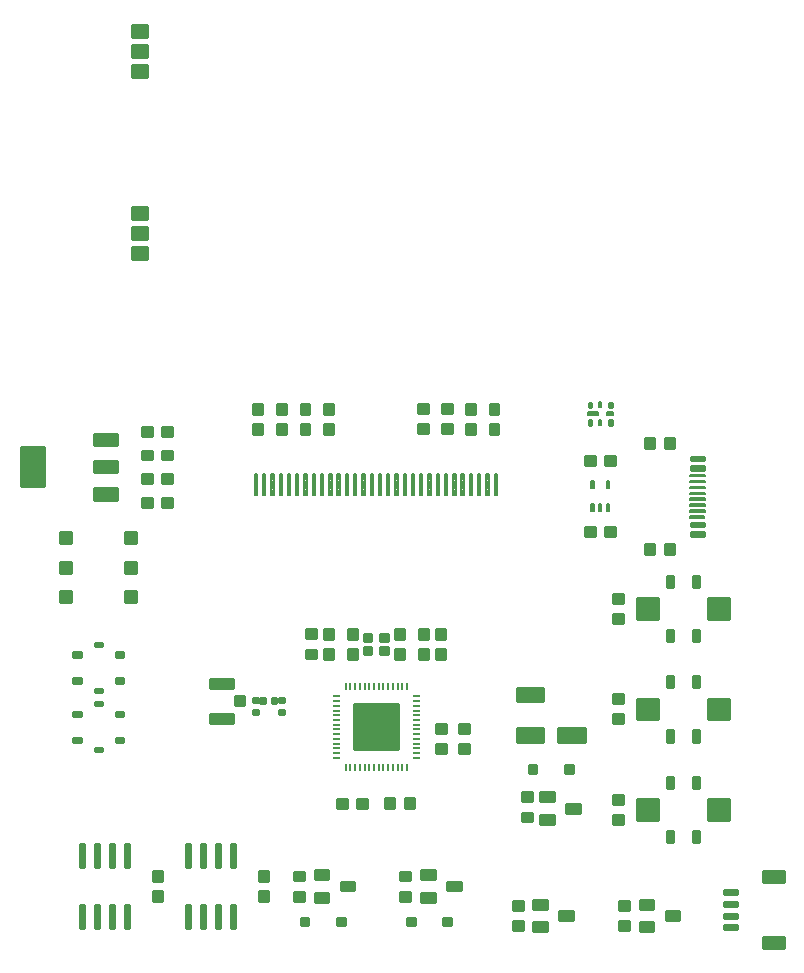
<source format=gbr>
G04 EAGLE Gerber RS-274X export*
G75*
%MOMM*%
%FSLAX34Y34*%
%LPD*%
%INSolderpaste Top*%
%IPPOS*%
%AMOC8*
5,1,8,0,0,1.08239X$1,22.5*%
G01*
%ADD10C,0.260000*%
%ADD11C,0.250000*%
%ADD12C,0.252000*%
%ADD13C,0.200000*%
%ADD14C,0.300000*%
%ADD15C,0.253000*%
%ADD16C,0.137500*%
%ADD17C,0.150000*%
%ADD18C,0.225000*%
%ADD19C,0.256000*%
%ADD20C,0.090000*%
%ADD21C,0.240000*%
%ADD22C,0.256031*%
%ADD23C,0.264000*%


D10*
X631300Y213700D02*
X648700Y213700D01*
X648700Y196300D01*
X631300Y196300D01*
X631300Y213700D01*
X631300Y198770D02*
X648700Y198770D01*
X648700Y201240D02*
X631300Y201240D01*
X631300Y203710D02*
X648700Y203710D01*
X648700Y206180D02*
X631300Y206180D01*
X631300Y208650D02*
X648700Y208650D01*
X648700Y211120D02*
X631300Y211120D01*
X631300Y213590D02*
X648700Y213590D01*
X588700Y213700D02*
X571300Y213700D01*
X588700Y213700D02*
X588700Y196300D01*
X571300Y196300D01*
X571300Y213700D01*
X571300Y198770D02*
X588700Y198770D01*
X588700Y201240D02*
X571300Y201240D01*
X571300Y203710D02*
X588700Y203710D01*
X588700Y206180D02*
X571300Y206180D01*
X571300Y208650D02*
X588700Y208650D01*
X588700Y211120D02*
X571300Y211120D01*
X571300Y213590D02*
X588700Y213590D01*
X631300Y298700D02*
X648700Y298700D01*
X648700Y281300D01*
X631300Y281300D01*
X631300Y298700D01*
X631300Y283770D02*
X648700Y283770D01*
X648700Y286240D02*
X631300Y286240D01*
X631300Y288710D02*
X648700Y288710D01*
X648700Y291180D02*
X631300Y291180D01*
X631300Y293650D02*
X648700Y293650D01*
X648700Y296120D02*
X631300Y296120D01*
X631300Y298590D02*
X648700Y298590D01*
X588700Y298700D02*
X571300Y298700D01*
X588700Y298700D02*
X588700Y281300D01*
X571300Y281300D01*
X571300Y298700D01*
X571300Y283770D02*
X588700Y283770D01*
X588700Y286240D02*
X571300Y286240D01*
X571300Y288710D02*
X588700Y288710D01*
X588700Y291180D02*
X571300Y291180D01*
X571300Y293650D02*
X588700Y293650D01*
X588700Y296120D02*
X571300Y296120D01*
X571300Y298590D02*
X588700Y298590D01*
X631300Y383700D02*
X648700Y383700D01*
X648700Y366300D01*
X631300Y366300D01*
X631300Y383700D01*
X631300Y368770D02*
X648700Y368770D01*
X648700Y371240D02*
X631300Y371240D01*
X631300Y373710D02*
X648700Y373710D01*
X648700Y376180D02*
X631300Y376180D01*
X631300Y378650D02*
X648700Y378650D01*
X648700Y381120D02*
X631300Y381120D01*
X631300Y383590D02*
X648700Y383590D01*
X588700Y383700D02*
X571300Y383700D01*
X588700Y383700D02*
X588700Y366300D01*
X571300Y366300D01*
X571300Y383700D01*
X571300Y368770D02*
X588700Y368770D01*
X588700Y371240D02*
X571300Y371240D01*
X571300Y373710D02*
X588700Y373710D01*
X588700Y376180D02*
X571300Y376180D01*
X571300Y378650D02*
X588700Y378650D01*
X588700Y381120D02*
X571300Y381120D01*
X571300Y383590D02*
X588700Y383590D01*
D11*
X552750Y443750D02*
X544250Y443750D01*
X552750Y443750D02*
X552750Y436250D01*
X544250Y436250D01*
X544250Y443750D01*
X544250Y438625D02*
X552750Y438625D01*
X552750Y441000D02*
X544250Y441000D01*
X544250Y443375D02*
X552750Y443375D01*
X535750Y443750D02*
X527250Y443750D01*
X535750Y443750D02*
X535750Y436250D01*
X527250Y436250D01*
X527250Y443750D01*
X527250Y438625D02*
X535750Y438625D01*
X535750Y441000D02*
X527250Y441000D01*
X527250Y443375D02*
X535750Y443375D01*
X253750Y522950D02*
X253750Y531450D01*
X253750Y522950D02*
X246250Y522950D01*
X246250Y531450D01*
X253750Y531450D01*
X253750Y525325D02*
X246250Y525325D01*
X246250Y527700D02*
X253750Y527700D01*
X253750Y530075D02*
X246250Y530075D01*
X253750Y539950D02*
X253750Y548450D01*
X253750Y539950D02*
X246250Y539950D01*
X246250Y548450D01*
X253750Y548450D01*
X253750Y542325D02*
X246250Y542325D01*
X246250Y544700D02*
X253750Y544700D01*
X253750Y547075D02*
X246250Y547075D01*
X273750Y531450D02*
X273750Y522950D01*
X266250Y522950D01*
X266250Y531450D01*
X273750Y531450D01*
X273750Y525325D02*
X266250Y525325D01*
X266250Y527700D02*
X273750Y527700D01*
X273750Y530075D02*
X266250Y530075D01*
X273750Y539950D02*
X273750Y548450D01*
X273750Y539950D02*
X266250Y539950D01*
X266250Y548450D01*
X273750Y548450D01*
X273750Y542325D02*
X266250Y542325D01*
X266250Y544700D02*
X273750Y544700D01*
X273750Y547075D02*
X266250Y547075D01*
X453750Y531450D02*
X453750Y522950D01*
X446250Y522950D01*
X446250Y531450D01*
X453750Y531450D01*
X453750Y525325D02*
X446250Y525325D01*
X446250Y527700D02*
X453750Y527700D01*
X453750Y530075D02*
X446250Y530075D01*
X453750Y539950D02*
X453750Y548450D01*
X453750Y539950D02*
X446250Y539950D01*
X446250Y548450D01*
X453750Y548450D01*
X453750Y542325D02*
X446250Y542325D01*
X446250Y544700D02*
X453750Y544700D01*
X453750Y547075D02*
X446250Y547075D01*
X313750Y531450D02*
X313750Y522950D01*
X306250Y522950D01*
X306250Y531450D01*
X313750Y531450D01*
X313750Y525325D02*
X306250Y525325D01*
X306250Y527700D02*
X313750Y527700D01*
X313750Y530075D02*
X306250Y530075D01*
X313750Y539950D02*
X313750Y548450D01*
X313750Y539950D02*
X306250Y539950D01*
X306250Y548450D01*
X313750Y548450D01*
X313750Y542325D02*
X306250Y542325D01*
X306250Y544700D02*
X313750Y544700D01*
X313750Y547075D02*
X306250Y547075D01*
X433750Y531450D02*
X433750Y522950D01*
X426250Y522950D01*
X426250Y531450D01*
X433750Y531450D01*
X433750Y525325D02*
X426250Y525325D01*
X426250Y527700D02*
X433750Y527700D01*
X433750Y530075D02*
X426250Y530075D01*
X433750Y539950D02*
X433750Y548450D01*
X433750Y539950D02*
X426250Y539950D01*
X426250Y548450D01*
X433750Y548450D01*
X433750Y542325D02*
X426250Y542325D01*
X426250Y544700D02*
X433750Y544700D01*
X433750Y547075D02*
X426250Y547075D01*
X544250Y503750D02*
X552750Y503750D01*
X552750Y496250D01*
X544250Y496250D01*
X544250Y503750D01*
X544250Y498625D02*
X552750Y498625D01*
X552750Y501000D02*
X544250Y501000D01*
X544250Y503375D02*
X552750Y503375D01*
X535750Y503750D02*
X527250Y503750D01*
X535750Y503750D02*
X535750Y496250D01*
X527250Y496250D01*
X527250Y503750D01*
X527250Y498625D02*
X535750Y498625D01*
X535750Y501000D02*
X527250Y501000D01*
X527250Y503375D02*
X535750Y503375D01*
X293750Y522950D02*
X293750Y531450D01*
X293750Y522950D02*
X286250Y522950D01*
X286250Y531450D01*
X293750Y531450D01*
X293750Y525325D02*
X286250Y525325D01*
X286250Y527700D02*
X293750Y527700D01*
X293750Y530075D02*
X286250Y530075D01*
X293750Y539950D02*
X293750Y548450D01*
X293750Y539950D02*
X286250Y539950D01*
X286250Y548450D01*
X293750Y548450D01*
X293750Y542325D02*
X286250Y542325D01*
X286250Y544700D02*
X293750Y544700D01*
X293750Y547075D02*
X286250Y547075D01*
X386250Y357750D02*
X386250Y349250D01*
X386250Y357750D02*
X393750Y357750D01*
X393750Y349250D01*
X386250Y349250D01*
X386250Y351625D02*
X393750Y351625D01*
X393750Y354000D02*
X386250Y354000D01*
X386250Y356375D02*
X393750Y356375D01*
X386250Y340750D02*
X386250Y332250D01*
X386250Y340750D02*
X393750Y340750D01*
X393750Y332250D01*
X386250Y332250D01*
X386250Y334625D02*
X393750Y334625D01*
X393750Y337000D02*
X386250Y337000D01*
X386250Y339375D02*
X393750Y339375D01*
X401250Y349250D02*
X401250Y357750D01*
X408750Y357750D01*
X408750Y349250D01*
X401250Y349250D01*
X401250Y351625D02*
X408750Y351625D01*
X408750Y354000D02*
X401250Y354000D01*
X401250Y356375D02*
X408750Y356375D01*
X401250Y340750D02*
X401250Y332250D01*
X401250Y340750D02*
X408750Y340750D01*
X408750Y332250D01*
X401250Y332250D01*
X401250Y334625D02*
X408750Y334625D01*
X408750Y337000D02*
X401250Y337000D01*
X401250Y339375D02*
X408750Y339375D01*
X306250Y349250D02*
X306250Y357750D01*
X313750Y357750D01*
X313750Y349250D01*
X306250Y349250D01*
X306250Y351625D02*
X313750Y351625D01*
X313750Y354000D02*
X306250Y354000D01*
X306250Y356375D02*
X313750Y356375D01*
X306250Y340750D02*
X306250Y332250D01*
X306250Y340750D02*
X313750Y340750D01*
X313750Y332250D01*
X306250Y332250D01*
X306250Y334625D02*
X313750Y334625D01*
X313750Y337000D02*
X306250Y337000D01*
X306250Y339375D02*
X313750Y339375D01*
D12*
X265740Y299040D02*
X262260Y299040D01*
X265740Y299040D02*
X265740Y294560D01*
X262260Y294560D01*
X262260Y299040D01*
X262260Y296954D02*
X265740Y296954D01*
X255740Y299040D02*
X252260Y299040D01*
X255740Y299040D02*
X255740Y294560D01*
X252260Y294560D01*
X252260Y299040D01*
X252260Y296954D02*
X255740Y296954D01*
X250240Y288940D02*
X250240Y285460D01*
X245760Y285460D01*
X245760Y288940D01*
X250240Y288940D01*
X250240Y287854D02*
X245760Y287854D01*
X250240Y295460D02*
X250240Y298940D01*
X250240Y295460D02*
X245760Y295460D01*
X245760Y298940D01*
X250240Y298940D01*
X250240Y297854D02*
X245760Y297854D01*
X272240Y288940D02*
X272240Y285460D01*
X267760Y285460D01*
X267760Y288940D01*
X272240Y288940D01*
X272240Y287854D02*
X267760Y287854D01*
X272240Y295460D02*
X272240Y298940D01*
X272240Y295460D02*
X267760Y295460D01*
X267760Y298940D01*
X272240Y298940D01*
X272240Y297854D02*
X267760Y297854D01*
D11*
X550750Y217250D02*
X550750Y209750D01*
X550750Y217250D02*
X559250Y217250D01*
X559250Y209750D01*
X550750Y209750D01*
X550750Y212125D02*
X559250Y212125D01*
X559250Y214500D02*
X550750Y214500D01*
X550750Y216875D02*
X559250Y216875D01*
X550750Y200250D02*
X550750Y192750D01*
X550750Y200250D02*
X559250Y200250D01*
X559250Y192750D01*
X550750Y192750D01*
X550750Y195125D02*
X559250Y195125D01*
X559250Y197500D02*
X550750Y197500D01*
X550750Y199875D02*
X559250Y199875D01*
X290750Y349750D02*
X290750Y357250D01*
X299250Y357250D01*
X299250Y349750D01*
X290750Y349750D01*
X290750Y352125D02*
X299250Y352125D01*
X299250Y354500D02*
X290750Y354500D01*
X290750Y356875D02*
X299250Y356875D01*
X290750Y340250D02*
X290750Y332750D01*
X290750Y340250D02*
X299250Y340250D01*
X299250Y332750D01*
X290750Y332750D01*
X290750Y335125D02*
X299250Y335125D01*
X299250Y337500D02*
X290750Y337500D01*
X290750Y339875D02*
X299250Y339875D01*
X550750Y302250D02*
X550750Y294750D01*
X550750Y302250D02*
X559250Y302250D01*
X559250Y294750D01*
X550750Y294750D01*
X550750Y297125D02*
X559250Y297125D01*
X559250Y299500D02*
X550750Y299500D01*
X550750Y301875D02*
X559250Y301875D01*
X550750Y285250D02*
X550750Y277750D01*
X550750Y285250D02*
X559250Y285250D01*
X559250Y277750D01*
X550750Y277750D01*
X550750Y280125D02*
X559250Y280125D01*
X559250Y282500D02*
X550750Y282500D01*
X550750Y284875D02*
X559250Y284875D01*
X394250Y523450D02*
X394250Y530950D01*
X394250Y523450D02*
X385750Y523450D01*
X385750Y530950D01*
X394250Y530950D01*
X394250Y525825D02*
X385750Y525825D01*
X385750Y528200D02*
X394250Y528200D01*
X394250Y530575D02*
X385750Y530575D01*
X394250Y540450D02*
X394250Y547950D01*
X394250Y540450D02*
X385750Y540450D01*
X385750Y547950D01*
X394250Y547950D01*
X394250Y542825D02*
X385750Y542825D01*
X385750Y545200D02*
X394250Y545200D01*
X394250Y547575D02*
X385750Y547575D01*
X414250Y530950D02*
X414250Y523450D01*
X405750Y523450D01*
X405750Y530950D01*
X414250Y530950D01*
X414250Y525825D02*
X405750Y525825D01*
X405750Y528200D02*
X414250Y528200D01*
X414250Y530575D02*
X405750Y530575D01*
X414250Y540450D02*
X414250Y547950D01*
X414250Y540450D02*
X405750Y540450D01*
X405750Y547950D01*
X414250Y547950D01*
X414250Y542825D02*
X405750Y542825D01*
X405750Y545200D02*
X414250Y545200D01*
X414250Y547575D02*
X405750Y547575D01*
X400750Y277250D02*
X400750Y269750D01*
X400750Y277250D02*
X409250Y277250D01*
X409250Y269750D01*
X400750Y269750D01*
X400750Y272125D02*
X409250Y272125D01*
X409250Y274500D02*
X400750Y274500D01*
X400750Y276875D02*
X409250Y276875D01*
X400750Y260250D02*
X400750Y252750D01*
X400750Y260250D02*
X409250Y260250D01*
X409250Y252750D01*
X400750Y252750D01*
X400750Y255125D02*
X409250Y255125D01*
X409250Y257500D02*
X400750Y257500D01*
X400750Y259875D02*
X409250Y259875D01*
X420750Y269750D02*
X420750Y277250D01*
X429250Y277250D01*
X429250Y269750D01*
X420750Y269750D01*
X420750Y272125D02*
X429250Y272125D01*
X429250Y274500D02*
X420750Y274500D01*
X420750Y276875D02*
X429250Y276875D01*
X420750Y260250D02*
X420750Y252750D01*
X420750Y260250D02*
X429250Y260250D01*
X429250Y252750D01*
X420750Y252750D01*
X420750Y255125D02*
X429250Y255125D01*
X429250Y257500D02*
X420750Y257500D01*
X420750Y259875D02*
X429250Y259875D01*
X550750Y379750D02*
X550750Y387250D01*
X559250Y387250D01*
X559250Y379750D01*
X550750Y379750D01*
X550750Y382125D02*
X559250Y382125D01*
X559250Y384500D02*
X550750Y384500D01*
X550750Y386875D02*
X559250Y386875D01*
X550750Y370250D02*
X550750Y362750D01*
X550750Y370250D02*
X559250Y370250D01*
X559250Y362750D01*
X550750Y362750D01*
X550750Y365125D02*
X559250Y365125D01*
X559250Y367500D02*
X550750Y367500D01*
X550750Y369875D02*
X559250Y369875D01*
D13*
X541000Y463300D02*
X539000Y463300D01*
X541000Y463300D02*
X541000Y457300D01*
X539000Y457300D01*
X539000Y463300D01*
X539000Y459200D02*
X541000Y459200D01*
X541000Y461100D02*
X539000Y461100D01*
X539000Y463000D02*
X541000Y463000D01*
X534500Y463300D02*
X532500Y463300D01*
X534500Y463300D02*
X534500Y457300D01*
X532500Y457300D01*
X532500Y463300D01*
X532500Y459200D02*
X534500Y459200D01*
X534500Y461100D02*
X532500Y461100D01*
X532500Y463000D02*
X534500Y463000D01*
X545500Y463300D02*
X547500Y463300D01*
X547500Y457300D01*
X545500Y457300D01*
X545500Y463300D01*
X545500Y459200D02*
X547500Y459200D01*
X547500Y461100D02*
X545500Y461100D01*
X545500Y463000D02*
X547500Y463000D01*
X547500Y482700D02*
X545500Y482700D01*
X547500Y482700D02*
X547500Y476700D01*
X545500Y476700D01*
X545500Y482700D01*
X545500Y478600D02*
X547500Y478600D01*
X547500Y480500D02*
X545500Y480500D01*
X545500Y482400D02*
X547500Y482400D01*
X534500Y482700D02*
X532500Y482700D01*
X534500Y482700D02*
X534500Y476700D01*
X532500Y476700D01*
X532500Y482700D01*
X532500Y478600D02*
X534500Y478600D01*
X534500Y480500D02*
X532500Y480500D01*
X532500Y482400D02*
X534500Y482400D01*
X347500Y489000D02*
X347500Y471000D01*
X345500Y471000D01*
X345500Y489000D01*
X347500Y489000D01*
X347500Y472900D02*
X345500Y472900D01*
X345500Y474800D02*
X347500Y474800D01*
X347500Y476700D02*
X345500Y476700D01*
X345500Y478600D02*
X347500Y478600D01*
X347500Y480500D02*
X345500Y480500D01*
X345500Y482400D02*
X347500Y482400D01*
X347500Y484300D02*
X345500Y484300D01*
X345500Y486200D02*
X347500Y486200D01*
X347500Y488100D02*
X345500Y488100D01*
X354500Y489000D02*
X354500Y471000D01*
X352500Y471000D01*
X352500Y489000D01*
X354500Y489000D01*
X354500Y472900D02*
X352500Y472900D01*
X352500Y474800D02*
X354500Y474800D01*
X354500Y476700D02*
X352500Y476700D01*
X352500Y478600D02*
X354500Y478600D01*
X354500Y480500D02*
X352500Y480500D01*
X352500Y482400D02*
X354500Y482400D01*
X354500Y484300D02*
X352500Y484300D01*
X352500Y486200D02*
X354500Y486200D01*
X354500Y488100D02*
X352500Y488100D01*
X361500Y489000D02*
X361500Y471000D01*
X359500Y471000D01*
X359500Y489000D01*
X361500Y489000D01*
X361500Y472900D02*
X359500Y472900D01*
X359500Y474800D02*
X361500Y474800D01*
X361500Y476700D02*
X359500Y476700D01*
X359500Y478600D02*
X361500Y478600D01*
X361500Y480500D02*
X359500Y480500D01*
X359500Y482400D02*
X361500Y482400D01*
X361500Y484300D02*
X359500Y484300D01*
X359500Y486200D02*
X361500Y486200D01*
X361500Y488100D02*
X359500Y488100D01*
X340500Y489000D02*
X340500Y471000D01*
X338500Y471000D01*
X338500Y489000D01*
X340500Y489000D01*
X340500Y472900D02*
X338500Y472900D01*
X338500Y474800D02*
X340500Y474800D01*
X340500Y476700D02*
X338500Y476700D01*
X338500Y478600D02*
X340500Y478600D01*
X340500Y480500D02*
X338500Y480500D01*
X338500Y482400D02*
X340500Y482400D01*
X340500Y484300D02*
X338500Y484300D01*
X338500Y486200D02*
X340500Y486200D01*
X340500Y488100D02*
X338500Y488100D01*
X333500Y489000D02*
X333500Y471000D01*
X331500Y471000D01*
X331500Y489000D01*
X333500Y489000D01*
X333500Y472900D02*
X331500Y472900D01*
X331500Y474800D02*
X333500Y474800D01*
X333500Y476700D02*
X331500Y476700D01*
X331500Y478600D02*
X333500Y478600D01*
X333500Y480500D02*
X331500Y480500D01*
X331500Y482400D02*
X333500Y482400D01*
X333500Y484300D02*
X331500Y484300D01*
X331500Y486200D02*
X333500Y486200D01*
X333500Y488100D02*
X331500Y488100D01*
X368500Y489000D02*
X368500Y471000D01*
X366500Y471000D01*
X366500Y489000D01*
X368500Y489000D01*
X368500Y472900D02*
X366500Y472900D01*
X366500Y474800D02*
X368500Y474800D01*
X368500Y476700D02*
X366500Y476700D01*
X366500Y478600D02*
X368500Y478600D01*
X368500Y480500D02*
X366500Y480500D01*
X366500Y482400D02*
X368500Y482400D01*
X368500Y484300D02*
X366500Y484300D01*
X366500Y486200D02*
X368500Y486200D01*
X368500Y488100D02*
X366500Y488100D01*
X375500Y489000D02*
X375500Y471000D01*
X373500Y471000D01*
X373500Y489000D01*
X375500Y489000D01*
X375500Y472900D02*
X373500Y472900D01*
X373500Y474800D02*
X375500Y474800D01*
X375500Y476700D02*
X373500Y476700D01*
X373500Y478600D02*
X375500Y478600D01*
X375500Y480500D02*
X373500Y480500D01*
X373500Y482400D02*
X375500Y482400D01*
X375500Y484300D02*
X373500Y484300D01*
X373500Y486200D02*
X375500Y486200D01*
X375500Y488100D02*
X373500Y488100D01*
X326500Y489000D02*
X326500Y471000D01*
X324500Y471000D01*
X324500Y489000D01*
X326500Y489000D01*
X326500Y472900D02*
X324500Y472900D01*
X324500Y474800D02*
X326500Y474800D01*
X326500Y476700D02*
X324500Y476700D01*
X324500Y478600D02*
X326500Y478600D01*
X326500Y480500D02*
X324500Y480500D01*
X324500Y482400D02*
X326500Y482400D01*
X326500Y484300D02*
X324500Y484300D01*
X324500Y486200D02*
X326500Y486200D01*
X326500Y488100D02*
X324500Y488100D01*
X319500Y489000D02*
X319500Y471000D01*
X317500Y471000D01*
X317500Y489000D01*
X319500Y489000D01*
X319500Y472900D02*
X317500Y472900D01*
X317500Y474800D02*
X319500Y474800D01*
X319500Y476700D02*
X317500Y476700D01*
X317500Y478600D02*
X319500Y478600D01*
X319500Y480500D02*
X317500Y480500D01*
X317500Y482400D02*
X319500Y482400D01*
X319500Y484300D02*
X317500Y484300D01*
X317500Y486200D02*
X319500Y486200D01*
X319500Y488100D02*
X317500Y488100D01*
X382500Y489000D02*
X382500Y471000D01*
X380500Y471000D01*
X380500Y489000D01*
X382500Y489000D01*
X382500Y472900D02*
X380500Y472900D01*
X380500Y474800D02*
X382500Y474800D01*
X382500Y476700D02*
X380500Y476700D01*
X380500Y478600D02*
X382500Y478600D01*
X382500Y480500D02*
X380500Y480500D01*
X380500Y482400D02*
X382500Y482400D01*
X382500Y484300D02*
X380500Y484300D01*
X380500Y486200D02*
X382500Y486200D01*
X382500Y488100D02*
X380500Y488100D01*
X389500Y489000D02*
X389500Y471000D01*
X387500Y471000D01*
X387500Y489000D01*
X389500Y489000D01*
X389500Y472900D02*
X387500Y472900D01*
X387500Y474800D02*
X389500Y474800D01*
X389500Y476700D02*
X387500Y476700D01*
X387500Y478600D02*
X389500Y478600D01*
X389500Y480500D02*
X387500Y480500D01*
X387500Y482400D02*
X389500Y482400D01*
X389500Y484300D02*
X387500Y484300D01*
X387500Y486200D02*
X389500Y486200D01*
X389500Y488100D02*
X387500Y488100D01*
X312500Y489000D02*
X312500Y471000D01*
X310500Y471000D01*
X310500Y489000D01*
X312500Y489000D01*
X312500Y472900D02*
X310500Y472900D01*
X310500Y474800D02*
X312500Y474800D01*
X312500Y476700D02*
X310500Y476700D01*
X310500Y478600D02*
X312500Y478600D01*
X312500Y480500D02*
X310500Y480500D01*
X310500Y482400D02*
X312500Y482400D01*
X312500Y484300D02*
X310500Y484300D01*
X310500Y486200D02*
X312500Y486200D01*
X312500Y488100D02*
X310500Y488100D01*
X305500Y489000D02*
X305500Y471000D01*
X303500Y471000D01*
X303500Y489000D01*
X305500Y489000D01*
X305500Y472900D02*
X303500Y472900D01*
X303500Y474800D02*
X305500Y474800D01*
X305500Y476700D02*
X303500Y476700D01*
X303500Y478600D02*
X305500Y478600D01*
X305500Y480500D02*
X303500Y480500D01*
X303500Y482400D02*
X305500Y482400D01*
X305500Y484300D02*
X303500Y484300D01*
X303500Y486200D02*
X305500Y486200D01*
X305500Y488100D02*
X303500Y488100D01*
X396500Y489000D02*
X396500Y471000D01*
X394500Y471000D01*
X394500Y489000D01*
X396500Y489000D01*
X396500Y472900D02*
X394500Y472900D01*
X394500Y474800D02*
X396500Y474800D01*
X396500Y476700D02*
X394500Y476700D01*
X394500Y478600D02*
X396500Y478600D01*
X396500Y480500D02*
X394500Y480500D01*
X394500Y482400D02*
X396500Y482400D01*
X396500Y484300D02*
X394500Y484300D01*
X394500Y486200D02*
X396500Y486200D01*
X396500Y488100D02*
X394500Y488100D01*
X403500Y489000D02*
X403500Y471000D01*
X401500Y471000D01*
X401500Y489000D01*
X403500Y489000D01*
X403500Y472900D02*
X401500Y472900D01*
X401500Y474800D02*
X403500Y474800D01*
X403500Y476700D02*
X401500Y476700D01*
X401500Y478600D02*
X403500Y478600D01*
X403500Y480500D02*
X401500Y480500D01*
X401500Y482400D02*
X403500Y482400D01*
X403500Y484300D02*
X401500Y484300D01*
X401500Y486200D02*
X403500Y486200D01*
X403500Y488100D02*
X401500Y488100D01*
X298500Y489000D02*
X298500Y471000D01*
X296500Y471000D01*
X296500Y489000D01*
X298500Y489000D01*
X298500Y472900D02*
X296500Y472900D01*
X296500Y474800D02*
X298500Y474800D01*
X298500Y476700D02*
X296500Y476700D01*
X296500Y478600D02*
X298500Y478600D01*
X298500Y480500D02*
X296500Y480500D01*
X296500Y482400D02*
X298500Y482400D01*
X298500Y484300D02*
X296500Y484300D01*
X296500Y486200D02*
X298500Y486200D01*
X298500Y488100D02*
X296500Y488100D01*
X291500Y489000D02*
X291500Y471000D01*
X289500Y471000D01*
X289500Y489000D01*
X291500Y489000D01*
X291500Y472900D02*
X289500Y472900D01*
X289500Y474800D02*
X291500Y474800D01*
X291500Y476700D02*
X289500Y476700D01*
X289500Y478600D02*
X291500Y478600D01*
X291500Y480500D02*
X289500Y480500D01*
X289500Y482400D02*
X291500Y482400D01*
X291500Y484300D02*
X289500Y484300D01*
X289500Y486200D02*
X291500Y486200D01*
X291500Y488100D02*
X289500Y488100D01*
X410500Y489000D02*
X410500Y471000D01*
X408500Y471000D01*
X408500Y489000D01*
X410500Y489000D01*
X410500Y472900D02*
X408500Y472900D01*
X408500Y474800D02*
X410500Y474800D01*
X410500Y476700D02*
X408500Y476700D01*
X408500Y478600D02*
X410500Y478600D01*
X410500Y480500D02*
X408500Y480500D01*
X408500Y482400D02*
X410500Y482400D01*
X410500Y484300D02*
X408500Y484300D01*
X408500Y486200D02*
X410500Y486200D01*
X410500Y488100D02*
X408500Y488100D01*
X417500Y489000D02*
X417500Y471000D01*
X415500Y471000D01*
X415500Y489000D01*
X417500Y489000D01*
X417500Y472900D02*
X415500Y472900D01*
X415500Y474800D02*
X417500Y474800D01*
X417500Y476700D02*
X415500Y476700D01*
X415500Y478600D02*
X417500Y478600D01*
X417500Y480500D02*
X415500Y480500D01*
X415500Y482400D02*
X417500Y482400D01*
X417500Y484300D02*
X415500Y484300D01*
X415500Y486200D02*
X417500Y486200D01*
X417500Y488100D02*
X415500Y488100D01*
X284500Y489000D02*
X284500Y471000D01*
X282500Y471000D01*
X282500Y489000D01*
X284500Y489000D01*
X284500Y472900D02*
X282500Y472900D01*
X282500Y474800D02*
X284500Y474800D01*
X284500Y476700D02*
X282500Y476700D01*
X282500Y478600D02*
X284500Y478600D01*
X284500Y480500D02*
X282500Y480500D01*
X282500Y482400D02*
X284500Y482400D01*
X284500Y484300D02*
X282500Y484300D01*
X282500Y486200D02*
X284500Y486200D01*
X284500Y488100D02*
X282500Y488100D01*
X277500Y489000D02*
X277500Y471000D01*
X275500Y471000D01*
X275500Y489000D01*
X277500Y489000D01*
X277500Y472900D02*
X275500Y472900D01*
X275500Y474800D02*
X277500Y474800D01*
X277500Y476700D02*
X275500Y476700D01*
X275500Y478600D02*
X277500Y478600D01*
X277500Y480500D02*
X275500Y480500D01*
X275500Y482400D02*
X277500Y482400D01*
X277500Y484300D02*
X275500Y484300D01*
X275500Y486200D02*
X277500Y486200D01*
X277500Y488100D02*
X275500Y488100D01*
X424500Y489000D02*
X424500Y471000D01*
X422500Y471000D01*
X422500Y489000D01*
X424500Y489000D01*
X424500Y472900D02*
X422500Y472900D01*
X422500Y474800D02*
X424500Y474800D01*
X424500Y476700D02*
X422500Y476700D01*
X422500Y478600D02*
X424500Y478600D01*
X424500Y480500D02*
X422500Y480500D01*
X422500Y482400D02*
X424500Y482400D01*
X424500Y484300D02*
X422500Y484300D01*
X422500Y486200D02*
X424500Y486200D01*
X424500Y488100D02*
X422500Y488100D01*
X431500Y489000D02*
X431500Y471000D01*
X429500Y471000D01*
X429500Y489000D01*
X431500Y489000D01*
X431500Y472900D02*
X429500Y472900D01*
X429500Y474800D02*
X431500Y474800D01*
X431500Y476700D02*
X429500Y476700D01*
X429500Y478600D02*
X431500Y478600D01*
X431500Y480500D02*
X429500Y480500D01*
X429500Y482400D02*
X431500Y482400D01*
X431500Y484300D02*
X429500Y484300D01*
X429500Y486200D02*
X431500Y486200D01*
X431500Y488100D02*
X429500Y488100D01*
X270500Y489000D02*
X270500Y471000D01*
X268500Y471000D01*
X268500Y489000D01*
X270500Y489000D01*
X270500Y472900D02*
X268500Y472900D01*
X268500Y474800D02*
X270500Y474800D01*
X270500Y476700D02*
X268500Y476700D01*
X268500Y478600D02*
X270500Y478600D01*
X270500Y480500D02*
X268500Y480500D01*
X268500Y482400D02*
X270500Y482400D01*
X270500Y484300D02*
X268500Y484300D01*
X268500Y486200D02*
X270500Y486200D01*
X270500Y488100D02*
X268500Y488100D01*
X263500Y489000D02*
X263500Y471000D01*
X261500Y471000D01*
X261500Y489000D01*
X263500Y489000D01*
X263500Y472900D02*
X261500Y472900D01*
X261500Y474800D02*
X263500Y474800D01*
X263500Y476700D02*
X261500Y476700D01*
X261500Y478600D02*
X263500Y478600D01*
X263500Y480500D02*
X261500Y480500D01*
X261500Y482400D02*
X263500Y482400D01*
X263500Y484300D02*
X261500Y484300D01*
X261500Y486200D02*
X263500Y486200D01*
X263500Y488100D02*
X261500Y488100D01*
X438500Y489000D02*
X438500Y471000D01*
X436500Y471000D01*
X436500Y489000D01*
X438500Y489000D01*
X438500Y472900D02*
X436500Y472900D01*
X436500Y474800D02*
X438500Y474800D01*
X438500Y476700D02*
X436500Y476700D01*
X436500Y478600D02*
X438500Y478600D01*
X438500Y480500D02*
X436500Y480500D01*
X436500Y482400D02*
X438500Y482400D01*
X438500Y484300D02*
X436500Y484300D01*
X436500Y486200D02*
X438500Y486200D01*
X438500Y488100D02*
X436500Y488100D01*
X445500Y489000D02*
X445500Y471000D01*
X443500Y471000D01*
X443500Y489000D01*
X445500Y489000D01*
X445500Y472900D02*
X443500Y472900D01*
X443500Y474800D02*
X445500Y474800D01*
X445500Y476700D02*
X443500Y476700D01*
X443500Y478600D02*
X445500Y478600D01*
X445500Y480500D02*
X443500Y480500D01*
X443500Y482400D02*
X445500Y482400D01*
X445500Y484300D02*
X443500Y484300D01*
X443500Y486200D02*
X445500Y486200D01*
X445500Y488100D02*
X443500Y488100D01*
X256500Y489000D02*
X256500Y471000D01*
X254500Y471000D01*
X254500Y489000D01*
X256500Y489000D01*
X256500Y472900D02*
X254500Y472900D01*
X254500Y474800D02*
X256500Y474800D01*
X256500Y476700D02*
X254500Y476700D01*
X254500Y478600D02*
X256500Y478600D01*
X256500Y480500D02*
X254500Y480500D01*
X254500Y482400D02*
X256500Y482400D01*
X256500Y484300D02*
X254500Y484300D01*
X254500Y486200D02*
X256500Y486200D01*
X256500Y488100D02*
X254500Y488100D01*
X249500Y489000D02*
X249500Y471000D01*
X247500Y471000D01*
X247500Y489000D01*
X249500Y489000D01*
X249500Y472900D02*
X247500Y472900D01*
X247500Y474800D02*
X249500Y474800D01*
X249500Y476700D02*
X247500Y476700D01*
X247500Y478600D02*
X249500Y478600D01*
X249500Y480500D02*
X247500Y480500D01*
X247500Y482400D02*
X249500Y482400D01*
X249500Y484300D02*
X247500Y484300D01*
X247500Y486200D02*
X249500Y486200D01*
X249500Y488100D02*
X247500Y488100D01*
X452500Y489000D02*
X452500Y471000D01*
X450500Y471000D01*
X450500Y489000D01*
X452500Y489000D01*
X452500Y472900D02*
X450500Y472900D01*
X450500Y474800D02*
X452500Y474800D01*
X452500Y476700D02*
X450500Y476700D01*
X450500Y478600D02*
X452500Y478600D01*
X452500Y480500D02*
X450500Y480500D01*
X450500Y482400D02*
X452500Y482400D01*
X452500Y484300D02*
X450500Y484300D01*
X450500Y486200D02*
X452500Y486200D01*
X452500Y488100D02*
X450500Y488100D01*
D12*
X504260Y273740D02*
X504260Y262260D01*
X504260Y273740D02*
X526740Y273740D01*
X526740Y262260D01*
X504260Y262260D01*
X504260Y264654D02*
X526740Y264654D01*
X526740Y267048D02*
X504260Y267048D01*
X504260Y269442D02*
X526740Y269442D01*
X526740Y271836D02*
X504260Y271836D01*
X469260Y273740D02*
X469260Y262260D01*
X469260Y273740D02*
X491740Y273740D01*
X491740Y262260D01*
X469260Y262260D01*
X469260Y264654D02*
X491740Y264654D01*
X491740Y267048D02*
X469260Y267048D01*
X469260Y269442D02*
X491740Y269442D01*
X491740Y271836D02*
X469260Y271836D01*
X469260Y296260D02*
X469260Y307740D01*
X491740Y307740D01*
X491740Y296260D01*
X469260Y296260D01*
X469260Y298654D02*
X491740Y298654D01*
X491740Y301048D02*
X469260Y301048D01*
X469260Y303442D02*
X491740Y303442D01*
X491740Y305836D02*
X469260Y305836D01*
D11*
X482250Y202250D02*
X482250Y194750D01*
X473750Y194750D01*
X473750Y202250D01*
X482250Y202250D01*
X482250Y197125D02*
X473750Y197125D01*
X473750Y199500D02*
X482250Y199500D01*
X482250Y201875D02*
X473750Y201875D01*
X482250Y211750D02*
X482250Y219250D01*
X482250Y211750D02*
X473750Y211750D01*
X473750Y219250D01*
X482250Y219250D01*
X482250Y214125D02*
X473750Y214125D01*
X473750Y216500D02*
X482250Y216500D01*
X482250Y218875D02*
X473750Y218875D01*
X320250Y143750D02*
X320250Y136250D01*
X320250Y143750D02*
X331750Y143750D01*
X331750Y136250D01*
X320250Y136250D01*
X320250Y138625D02*
X331750Y138625D01*
X331750Y141000D02*
X320250Y141000D01*
X320250Y143375D02*
X331750Y143375D01*
X298250Y134250D02*
X298250Y126750D01*
X298250Y134250D02*
X309750Y134250D01*
X309750Y126750D01*
X298250Y126750D01*
X298250Y129125D02*
X309750Y129125D01*
X309750Y131500D02*
X298250Y131500D01*
X298250Y133875D02*
X309750Y133875D01*
X298250Y145750D02*
X298250Y153250D01*
X309750Y153250D01*
X309750Y145750D01*
X298250Y145750D01*
X298250Y148125D02*
X309750Y148125D01*
X309750Y150500D02*
X298250Y150500D01*
X298250Y152875D02*
X309750Y152875D01*
D12*
X317260Y113240D02*
X323740Y113240D01*
X323740Y106760D01*
X317260Y106760D01*
X317260Y113240D01*
X317260Y109154D02*
X323740Y109154D01*
X323740Y111548D02*
X317260Y111548D01*
X292740Y113240D02*
X286260Y113240D01*
X292740Y113240D02*
X292740Y106760D01*
X286260Y106760D01*
X286260Y113240D01*
X286260Y109154D02*
X292740Y109154D01*
X292740Y111548D02*
X286260Y111548D01*
X115390Y104260D02*
X111910Y104260D01*
X111910Y123740D01*
X115390Y123740D01*
X115390Y104260D01*
X115390Y106654D02*
X111910Y106654D01*
X111910Y109048D02*
X115390Y109048D01*
X115390Y111442D02*
X111910Y111442D01*
X111910Y113836D02*
X115390Y113836D01*
X115390Y116230D02*
X111910Y116230D01*
X111910Y118624D02*
X115390Y118624D01*
X115390Y121018D02*
X111910Y121018D01*
X111910Y123412D02*
X115390Y123412D01*
X115390Y156260D02*
X111910Y156260D01*
X111910Y175740D01*
X115390Y175740D01*
X115390Y156260D01*
X115390Y158654D02*
X111910Y158654D01*
X111910Y161048D02*
X115390Y161048D01*
X115390Y163442D02*
X111910Y163442D01*
X111910Y165836D02*
X115390Y165836D01*
X115390Y168230D02*
X111910Y168230D01*
X111910Y170624D02*
X115390Y170624D01*
X115390Y173018D02*
X111910Y173018D01*
X111910Y175412D02*
X115390Y175412D01*
X102690Y104260D02*
X99210Y104260D01*
X99210Y123740D01*
X102690Y123740D01*
X102690Y104260D01*
X102690Y106654D02*
X99210Y106654D01*
X99210Y109048D02*
X102690Y109048D01*
X102690Y111442D02*
X99210Y111442D01*
X99210Y113836D02*
X102690Y113836D01*
X102690Y116230D02*
X99210Y116230D01*
X99210Y118624D02*
X102690Y118624D01*
X102690Y121018D02*
X99210Y121018D01*
X99210Y123412D02*
X102690Y123412D01*
X124610Y104260D02*
X128090Y104260D01*
X124610Y104260D02*
X124610Y123740D01*
X128090Y123740D01*
X128090Y104260D01*
X128090Y106654D02*
X124610Y106654D01*
X124610Y109048D02*
X128090Y109048D01*
X128090Y111442D02*
X124610Y111442D01*
X124610Y113836D02*
X128090Y113836D01*
X128090Y116230D02*
X124610Y116230D01*
X124610Y118624D02*
X128090Y118624D01*
X128090Y121018D02*
X124610Y121018D01*
X124610Y123412D02*
X128090Y123412D01*
X137310Y104260D02*
X140790Y104260D01*
X137310Y104260D02*
X137310Y123740D01*
X140790Y123740D01*
X140790Y104260D01*
X140790Y106654D02*
X137310Y106654D01*
X137310Y109048D02*
X140790Y109048D01*
X140790Y111442D02*
X137310Y111442D01*
X137310Y113836D02*
X140790Y113836D01*
X140790Y116230D02*
X137310Y116230D01*
X137310Y118624D02*
X140790Y118624D01*
X140790Y121018D02*
X137310Y121018D01*
X137310Y123412D02*
X140790Y123412D01*
X102690Y156260D02*
X99210Y156260D01*
X99210Y175740D01*
X102690Y175740D01*
X102690Y156260D01*
X102690Y158654D02*
X99210Y158654D01*
X99210Y161048D02*
X102690Y161048D01*
X102690Y163442D02*
X99210Y163442D01*
X99210Y165836D02*
X102690Y165836D01*
X102690Y168230D02*
X99210Y168230D01*
X99210Y170624D02*
X102690Y170624D01*
X102690Y173018D02*
X99210Y173018D01*
X99210Y175412D02*
X102690Y175412D01*
X124610Y156260D02*
X128090Y156260D01*
X124610Y156260D02*
X124610Y175740D01*
X128090Y175740D01*
X128090Y156260D01*
X128090Y158654D02*
X124610Y158654D01*
X124610Y161048D02*
X128090Y161048D01*
X128090Y163442D02*
X124610Y163442D01*
X124610Y165836D02*
X128090Y165836D01*
X128090Y168230D02*
X124610Y168230D01*
X124610Y170624D02*
X128090Y170624D01*
X128090Y173018D02*
X124610Y173018D01*
X124610Y175412D02*
X128090Y175412D01*
X137310Y156260D02*
X140790Y156260D01*
X137310Y156260D02*
X137310Y175740D01*
X140790Y175740D01*
X140790Y156260D01*
X140790Y158654D02*
X137310Y158654D01*
X137310Y161048D02*
X140790Y161048D01*
X140790Y163442D02*
X137310Y163442D01*
X137310Y165836D02*
X140790Y165836D01*
X140790Y168230D02*
X137310Y168230D01*
X137310Y170624D02*
X140790Y170624D01*
X140790Y173018D02*
X137310Y173018D01*
X137310Y175412D02*
X140790Y175412D01*
D11*
X251250Y152750D02*
X251250Y144250D01*
X251250Y152750D02*
X258750Y152750D01*
X258750Y144250D01*
X251250Y144250D01*
X251250Y146625D02*
X258750Y146625D01*
X258750Y149000D02*
X251250Y149000D01*
X251250Y151375D02*
X258750Y151375D01*
X251250Y135750D02*
X251250Y127250D01*
X251250Y135750D02*
X258750Y135750D01*
X258750Y127250D01*
X251250Y127250D01*
X251250Y129625D02*
X258750Y129625D01*
X258750Y132000D02*
X251250Y132000D01*
X251250Y134375D02*
X258750Y134375D01*
X410250Y136250D02*
X410250Y143750D01*
X421750Y143750D01*
X421750Y136250D01*
X410250Y136250D01*
X410250Y138625D02*
X421750Y138625D01*
X421750Y141000D02*
X410250Y141000D01*
X410250Y143375D02*
X421750Y143375D01*
X388250Y134250D02*
X388250Y126750D01*
X388250Y134250D02*
X399750Y134250D01*
X399750Y126750D01*
X388250Y126750D01*
X388250Y129125D02*
X399750Y129125D01*
X399750Y131500D02*
X388250Y131500D01*
X388250Y133875D02*
X399750Y133875D01*
X388250Y145750D02*
X388250Y153250D01*
X399750Y153250D01*
X399750Y145750D01*
X388250Y145750D01*
X388250Y148125D02*
X399750Y148125D01*
X399750Y150500D02*
X388250Y150500D01*
X388250Y152875D02*
X399750Y152875D01*
D12*
X407260Y113240D02*
X413740Y113240D01*
X413740Y106760D01*
X407260Y106760D01*
X407260Y113240D01*
X407260Y109154D02*
X413740Y109154D01*
X413740Y111548D02*
X407260Y111548D01*
X382740Y113240D02*
X376260Y113240D01*
X382740Y113240D02*
X382740Y106760D01*
X376260Y106760D01*
X376260Y113240D01*
X376260Y109154D02*
X382740Y109154D01*
X382740Y111548D02*
X376260Y111548D01*
X205390Y104260D02*
X201910Y104260D01*
X201910Y123740D01*
X205390Y123740D01*
X205390Y104260D01*
X205390Y106654D02*
X201910Y106654D01*
X201910Y109048D02*
X205390Y109048D01*
X205390Y111442D02*
X201910Y111442D01*
X201910Y113836D02*
X205390Y113836D01*
X205390Y116230D02*
X201910Y116230D01*
X201910Y118624D02*
X205390Y118624D01*
X205390Y121018D02*
X201910Y121018D01*
X201910Y123412D02*
X205390Y123412D01*
X205390Y156260D02*
X201910Y156260D01*
X201910Y175740D01*
X205390Y175740D01*
X205390Y156260D01*
X205390Y158654D02*
X201910Y158654D01*
X201910Y161048D02*
X205390Y161048D01*
X205390Y163442D02*
X201910Y163442D01*
X201910Y165836D02*
X205390Y165836D01*
X205390Y168230D02*
X201910Y168230D01*
X201910Y170624D02*
X205390Y170624D01*
X205390Y173018D02*
X201910Y173018D01*
X201910Y175412D02*
X205390Y175412D01*
X192690Y104260D02*
X189210Y104260D01*
X189210Y123740D01*
X192690Y123740D01*
X192690Y104260D01*
X192690Y106654D02*
X189210Y106654D01*
X189210Y109048D02*
X192690Y109048D01*
X192690Y111442D02*
X189210Y111442D01*
X189210Y113836D02*
X192690Y113836D01*
X192690Y116230D02*
X189210Y116230D01*
X189210Y118624D02*
X192690Y118624D01*
X192690Y121018D02*
X189210Y121018D01*
X189210Y123412D02*
X192690Y123412D01*
X214610Y104260D02*
X218090Y104260D01*
X214610Y104260D02*
X214610Y123740D01*
X218090Y123740D01*
X218090Y104260D01*
X218090Y106654D02*
X214610Y106654D01*
X214610Y109048D02*
X218090Y109048D01*
X218090Y111442D02*
X214610Y111442D01*
X214610Y113836D02*
X218090Y113836D01*
X218090Y116230D02*
X214610Y116230D01*
X214610Y118624D02*
X218090Y118624D01*
X218090Y121018D02*
X214610Y121018D01*
X214610Y123412D02*
X218090Y123412D01*
X227310Y104260D02*
X230790Y104260D01*
X227310Y104260D02*
X227310Y123740D01*
X230790Y123740D01*
X230790Y104260D01*
X230790Y106654D02*
X227310Y106654D01*
X227310Y109048D02*
X230790Y109048D01*
X230790Y111442D02*
X227310Y111442D01*
X227310Y113836D02*
X230790Y113836D01*
X230790Y116230D02*
X227310Y116230D01*
X227310Y118624D02*
X230790Y118624D01*
X230790Y121018D02*
X227310Y121018D01*
X227310Y123412D02*
X230790Y123412D01*
X192690Y156260D02*
X189210Y156260D01*
X189210Y175740D01*
X192690Y175740D01*
X192690Y156260D01*
X192690Y158654D02*
X189210Y158654D01*
X189210Y161048D02*
X192690Y161048D01*
X192690Y163442D02*
X189210Y163442D01*
X189210Y165836D02*
X192690Y165836D01*
X192690Y168230D02*
X189210Y168230D01*
X189210Y170624D02*
X192690Y170624D01*
X192690Y173018D02*
X189210Y173018D01*
X189210Y175412D02*
X192690Y175412D01*
X214610Y156260D02*
X218090Y156260D01*
X214610Y156260D02*
X214610Y175740D01*
X218090Y175740D01*
X218090Y156260D01*
X218090Y158654D02*
X214610Y158654D01*
X214610Y161048D02*
X218090Y161048D01*
X218090Y163442D02*
X214610Y163442D01*
X214610Y165836D02*
X218090Y165836D01*
X218090Y168230D02*
X214610Y168230D01*
X214610Y170624D02*
X218090Y170624D01*
X218090Y173018D02*
X214610Y173018D01*
X214610Y175412D02*
X218090Y175412D01*
X227310Y156260D02*
X230790Y156260D01*
X227310Y156260D02*
X227310Y175740D01*
X230790Y175740D01*
X230790Y156260D01*
X230790Y158654D02*
X227310Y158654D01*
X227310Y161048D02*
X230790Y161048D01*
X230790Y163442D02*
X227310Y163442D01*
X227310Y165836D02*
X230790Y165836D01*
X230790Y168230D02*
X227310Y168230D01*
X227310Y170624D02*
X230790Y170624D01*
X230790Y173018D02*
X227310Y173018D01*
X227310Y175412D02*
X230790Y175412D01*
D11*
X161250Y152750D02*
X161250Y144250D01*
X161250Y152750D02*
X168750Y152750D01*
X168750Y144250D01*
X161250Y144250D01*
X161250Y146625D02*
X168750Y146625D01*
X168750Y149000D02*
X161250Y149000D01*
X161250Y151375D02*
X168750Y151375D01*
X161250Y135750D02*
X161250Y127250D01*
X161250Y135750D02*
X168750Y135750D01*
X168750Y127250D01*
X161250Y127250D01*
X161250Y129625D02*
X168750Y129625D01*
X168750Y132000D02*
X161250Y132000D01*
X161250Y134375D02*
X168750Y134375D01*
D12*
X209910Y307560D02*
X229390Y307560D01*
X209910Y307560D02*
X209910Y315540D01*
X229390Y315540D01*
X229390Y307560D01*
X229390Y309954D02*
X209910Y309954D01*
X209910Y312348D02*
X229390Y312348D01*
X229390Y314742D02*
X209910Y314742D01*
X209910Y278060D02*
X229390Y278060D01*
X209910Y278060D02*
X209910Y286040D01*
X229390Y286040D01*
X229390Y278060D01*
X229390Y280454D02*
X209910Y280454D01*
X209910Y282848D02*
X229390Y282848D01*
X229390Y285242D02*
X209910Y285242D01*
D14*
X238650Y293300D02*
X238650Y300300D01*
X238650Y293300D02*
X231650Y293300D01*
X231650Y300300D01*
X238650Y300300D01*
X238650Y296150D02*
X231650Y296150D01*
X231650Y299000D02*
X238650Y299000D01*
D11*
X594750Y429250D02*
X602250Y429250D01*
X602250Y420750D01*
X594750Y420750D01*
X594750Y429250D01*
X594750Y423125D02*
X602250Y423125D01*
X602250Y425500D02*
X594750Y425500D01*
X594750Y427875D02*
X602250Y427875D01*
X585250Y429250D02*
X577750Y429250D01*
X585250Y429250D02*
X585250Y420750D01*
X577750Y420750D01*
X577750Y429250D01*
X577750Y423125D02*
X585250Y423125D01*
X585250Y425500D02*
X577750Y425500D01*
X577750Y427875D02*
X585250Y427875D01*
X594750Y519250D02*
X602250Y519250D01*
X602250Y510750D01*
X594750Y510750D01*
X594750Y519250D01*
X594750Y513125D02*
X602250Y513125D01*
X602250Y515500D02*
X594750Y515500D01*
X594750Y517875D02*
X602250Y517875D01*
X585250Y519250D02*
X577750Y519250D01*
X585250Y519250D02*
X585250Y510750D01*
X577750Y510750D01*
X577750Y519250D01*
X577750Y513125D02*
X585250Y513125D01*
X585250Y515500D02*
X577750Y515500D01*
X577750Y517875D02*
X585250Y517875D01*
D15*
X616765Y439485D02*
X627735Y439485D01*
X627735Y436515D01*
X616765Y436515D01*
X616765Y439485D01*
X616765Y438918D02*
X627735Y438918D01*
X627735Y503485D02*
X616765Y503485D01*
X627735Y503485D02*
X627735Y500515D01*
X616765Y500515D01*
X616765Y503485D01*
X616765Y502918D02*
X627735Y502918D01*
X627735Y495485D02*
X616765Y495485D01*
X627735Y495485D02*
X627735Y492515D01*
X616765Y492515D01*
X616765Y495485D01*
X616765Y494918D02*
X627735Y494918D01*
X627735Y447485D02*
X616765Y447485D01*
X627735Y447485D02*
X627735Y444515D01*
X616765Y444515D01*
X616765Y447485D01*
X616765Y446918D02*
X627735Y446918D01*
D16*
X628313Y468188D02*
X616187Y468188D01*
X628313Y468188D02*
X628313Y466812D01*
X616187Y466812D01*
X616187Y468188D01*
X616187Y468118D02*
X628313Y468118D01*
X628313Y473188D02*
X616187Y473188D01*
X628313Y473188D02*
X628313Y471812D01*
X616187Y471812D01*
X616187Y473188D01*
X616187Y473118D02*
X628313Y473118D01*
X628313Y478188D02*
X616187Y478188D01*
X628313Y478188D02*
X628313Y476812D01*
X616187Y476812D01*
X616187Y478188D01*
X616187Y478118D02*
X628313Y478118D01*
X628313Y463188D02*
X616187Y463188D01*
X628313Y463188D02*
X628313Y461812D01*
X616187Y461812D01*
X616187Y463188D01*
X616187Y463118D02*
X628313Y463118D01*
X628313Y458188D02*
X616187Y458188D01*
X628313Y458188D02*
X628313Y456812D01*
X616187Y456812D01*
X616187Y458188D01*
X616187Y458118D02*
X628313Y458118D01*
D17*
X628250Y453250D02*
X616250Y453250D01*
X628250Y453250D02*
X628250Y451750D01*
X616250Y451750D01*
X616250Y453250D01*
X616250Y453175D02*
X628250Y453175D01*
D16*
X628313Y488188D02*
X616187Y488188D01*
X628313Y488188D02*
X628313Y486812D01*
X616187Y486812D01*
X616187Y488188D01*
X616187Y488118D02*
X628313Y488118D01*
X628313Y483188D02*
X616187Y483188D01*
X628313Y483188D02*
X628313Y481812D01*
X616187Y481812D01*
X616187Y483188D01*
X616187Y483118D02*
X628313Y483118D01*
D12*
X695490Y96740D02*
X695490Y87260D01*
X678010Y87260D01*
X678010Y96740D01*
X695490Y96740D01*
X695490Y89654D02*
X678010Y89654D01*
X678010Y92048D02*
X695490Y92048D01*
X695490Y94442D02*
X678010Y94442D01*
X695490Y143260D02*
X695490Y152740D01*
X695490Y143260D02*
X678010Y143260D01*
X678010Y152740D01*
X695490Y152740D01*
X695490Y145654D02*
X678010Y145654D01*
X678010Y148048D02*
X695490Y148048D01*
X695490Y150442D02*
X678010Y150442D01*
X655490Y106740D02*
X655490Y103260D01*
X644510Y103260D01*
X644510Y106740D01*
X655490Y106740D01*
X655490Y105654D02*
X644510Y105654D01*
X655490Y113260D02*
X655490Y116740D01*
X655490Y113260D02*
X644510Y113260D01*
X644510Y116740D01*
X655490Y116740D01*
X655490Y115654D02*
X644510Y115654D01*
X655490Y123260D02*
X655490Y126740D01*
X655490Y123260D02*
X644510Y123260D01*
X644510Y126740D01*
X655490Y126740D01*
X655490Y125654D02*
X644510Y125654D01*
X655490Y133260D02*
X655490Y136740D01*
X655490Y133260D02*
X644510Y133260D01*
X644510Y136740D01*
X655490Y136740D01*
X655490Y135654D02*
X644510Y135654D01*
D17*
X540750Y545250D02*
X540750Y549750D01*
X540750Y545250D02*
X539250Y545250D01*
X539250Y549750D01*
X540750Y549750D01*
X540750Y546675D02*
X539250Y546675D01*
X539250Y548100D02*
X540750Y548100D01*
X540750Y549525D02*
X539250Y549525D01*
X540750Y534750D02*
X540750Y530250D01*
X539250Y530250D01*
X539250Y534750D01*
X540750Y534750D01*
X540750Y531675D02*
X539250Y531675D01*
X539250Y533100D02*
X540750Y533100D01*
X540750Y534525D02*
X539250Y534525D01*
D18*
X547625Y534375D02*
X547625Y530625D01*
X547625Y534375D02*
X549875Y534375D01*
X549875Y530625D01*
X547625Y530625D01*
X547625Y532762D02*
X549875Y532762D01*
X530125Y534375D02*
X530125Y530625D01*
X530125Y534375D02*
X532375Y534375D01*
X532375Y530625D01*
X530125Y530625D01*
X530125Y532762D02*
X532375Y532762D01*
X530125Y545625D02*
X530125Y549375D01*
X532375Y549375D01*
X532375Y545625D01*
X530125Y545625D01*
X530125Y547762D02*
X532375Y547762D01*
X547625Y549375D02*
X547625Y545625D01*
X547625Y549375D02*
X549875Y549375D01*
X549875Y545625D01*
X547625Y545625D01*
X547625Y547762D02*
X549875Y547762D01*
D13*
X538500Y539000D02*
X529500Y539000D01*
X529500Y541000D01*
X538500Y541000D01*
X538500Y539000D01*
X538500Y540900D02*
X529500Y540900D01*
X545500Y539000D02*
X550500Y539000D01*
X545500Y539000D02*
X545500Y541000D01*
X550500Y541000D01*
X550500Y539000D01*
X550500Y540900D02*
X545500Y540900D01*
D11*
X177750Y528750D02*
X169250Y528750D01*
X177750Y528750D02*
X177750Y521250D01*
X169250Y521250D01*
X169250Y528750D01*
X169250Y523625D02*
X177750Y523625D01*
X177750Y526000D02*
X169250Y526000D01*
X169250Y528375D02*
X177750Y528375D01*
X160750Y528750D02*
X152250Y528750D01*
X160750Y528750D02*
X160750Y521250D01*
X152250Y521250D01*
X152250Y528750D01*
X152250Y523625D02*
X160750Y523625D01*
X160750Y526000D02*
X152250Y526000D01*
X152250Y528375D02*
X160750Y528375D01*
X169250Y488750D02*
X177750Y488750D01*
X177750Y481250D01*
X169250Y481250D01*
X169250Y488750D01*
X169250Y483625D02*
X177750Y483625D01*
X177750Y486000D02*
X169250Y486000D01*
X169250Y488375D02*
X177750Y488375D01*
X160750Y488750D02*
X152250Y488750D01*
X160750Y488750D02*
X160750Y481250D01*
X152250Y481250D01*
X152250Y488750D01*
X152250Y483625D02*
X160750Y483625D01*
X160750Y486000D02*
X152250Y486000D01*
X152250Y488375D02*
X160750Y488375D01*
X169250Y468750D02*
X177750Y468750D01*
X177750Y461250D01*
X169250Y461250D01*
X169250Y468750D01*
X169250Y463625D02*
X177750Y463625D01*
X177750Y466000D02*
X169250Y466000D01*
X169250Y468375D02*
X177750Y468375D01*
X160750Y468750D02*
X152250Y468750D01*
X160750Y468750D02*
X160750Y461250D01*
X152250Y461250D01*
X152250Y468750D01*
X152250Y463625D02*
X160750Y463625D01*
X160750Y466000D02*
X152250Y466000D01*
X152250Y468375D02*
X160750Y468375D01*
X169250Y508750D02*
X177750Y508750D01*
X177750Y501250D01*
X169250Y501250D01*
X169250Y508750D01*
X169250Y503625D02*
X177750Y503625D01*
X177750Y506000D02*
X169250Y506000D01*
X169250Y508375D02*
X177750Y508375D01*
X160750Y508750D02*
X152250Y508750D01*
X160750Y508750D02*
X160750Y501250D01*
X152250Y501250D01*
X152250Y508750D01*
X152250Y503625D02*
X160750Y503625D01*
X160750Y506000D02*
X152250Y506000D01*
X152250Y508375D02*
X160750Y508375D01*
D12*
X82760Y439740D02*
X82760Y430260D01*
X82760Y439740D02*
X92240Y439740D01*
X92240Y430260D01*
X82760Y430260D01*
X82760Y432654D02*
X92240Y432654D01*
X92240Y435048D02*
X82760Y435048D01*
X82760Y437442D02*
X92240Y437442D01*
X137760Y439740D02*
X137760Y430260D01*
X137760Y439740D02*
X147240Y439740D01*
X147240Y430260D01*
X137760Y430260D01*
X137760Y432654D02*
X147240Y432654D01*
X147240Y435048D02*
X137760Y435048D01*
X137760Y437442D02*
X147240Y437442D01*
X137760Y389740D02*
X137760Y380260D01*
X137760Y389740D02*
X147240Y389740D01*
X147240Y380260D01*
X137760Y380260D01*
X137760Y382654D02*
X147240Y382654D01*
X147240Y385048D02*
X137760Y385048D01*
X137760Y387442D02*
X147240Y387442D01*
X82760Y389740D02*
X82760Y380260D01*
X82760Y389740D02*
X92240Y389740D01*
X92240Y380260D01*
X82760Y380260D01*
X82760Y382654D02*
X92240Y382654D01*
X92240Y385048D02*
X82760Y385048D01*
X82760Y387442D02*
X92240Y387442D01*
X82760Y405260D02*
X82760Y414740D01*
X92240Y414740D01*
X92240Y405260D01*
X82760Y405260D01*
X82760Y407654D02*
X92240Y407654D01*
X92240Y410048D02*
X82760Y410048D01*
X82760Y412442D02*
X92240Y412442D01*
X137760Y414740D02*
X137760Y405260D01*
X137760Y414740D02*
X147240Y414740D01*
X147240Y405260D01*
X137760Y405260D01*
X137760Y407654D02*
X147240Y407654D01*
X147240Y410048D02*
X137760Y410048D01*
X137760Y412442D02*
X147240Y412442D01*
D10*
X143800Y704800D02*
X143800Y715200D01*
X156200Y715200D01*
X156200Y704800D01*
X143800Y704800D01*
X143800Y707270D02*
X156200Y707270D01*
X156200Y709740D02*
X143800Y709740D01*
X143800Y712210D02*
X156200Y712210D01*
X156200Y714680D02*
X143800Y714680D01*
X143800Y698200D02*
X143800Y687800D01*
X143800Y698200D02*
X156200Y698200D01*
X156200Y687800D01*
X143800Y687800D01*
X143800Y690270D02*
X156200Y690270D01*
X156200Y692740D02*
X143800Y692740D01*
X143800Y695210D02*
X156200Y695210D01*
X156200Y697680D02*
X143800Y697680D01*
X143800Y681200D02*
X143800Y670800D01*
X143800Y681200D02*
X156200Y681200D01*
X156200Y670800D01*
X143800Y670800D01*
X143800Y673270D02*
X156200Y673270D01*
X156200Y675740D02*
X143800Y675740D01*
X143800Y678210D02*
X156200Y678210D01*
X156200Y680680D02*
X143800Y680680D01*
X143800Y858800D02*
X143800Y869200D01*
X156200Y869200D01*
X156200Y858800D01*
X143800Y858800D01*
X143800Y861270D02*
X156200Y861270D01*
X156200Y863740D02*
X143800Y863740D01*
X143800Y866210D02*
X156200Y866210D01*
X156200Y868680D02*
X143800Y868680D01*
X143800Y852200D02*
X143800Y841800D01*
X143800Y852200D02*
X156200Y852200D01*
X156200Y841800D01*
X143800Y841800D01*
X143800Y844270D02*
X156200Y844270D01*
X156200Y846740D02*
X143800Y846740D01*
X143800Y849210D02*
X156200Y849210D01*
X156200Y851680D02*
X143800Y851680D01*
X143800Y835200D02*
X143800Y824800D01*
X143800Y835200D02*
X156200Y835200D01*
X156200Y824800D01*
X143800Y824800D01*
X143800Y827270D02*
X156200Y827270D01*
X156200Y829740D02*
X143800Y829740D01*
X143800Y832210D02*
X156200Y832210D01*
X156200Y834680D02*
X143800Y834680D01*
D11*
X379250Y135250D02*
X379250Y127750D01*
X370750Y127750D01*
X370750Y135250D01*
X379250Y135250D01*
X379250Y130125D02*
X370750Y130125D01*
X370750Y132500D02*
X379250Y132500D01*
X379250Y134875D02*
X370750Y134875D01*
X379250Y144750D02*
X379250Y152250D01*
X379250Y144750D02*
X370750Y144750D01*
X370750Y152250D01*
X379250Y152250D01*
X379250Y147125D02*
X370750Y147125D01*
X370750Y149500D02*
X379250Y149500D01*
X379250Y151875D02*
X370750Y151875D01*
X289250Y135250D02*
X289250Y127750D01*
X280750Y127750D01*
X280750Y135250D01*
X289250Y135250D01*
X289250Y130125D02*
X280750Y130125D01*
X280750Y132500D02*
X289250Y132500D01*
X289250Y134875D02*
X280750Y134875D01*
X289250Y144750D02*
X289250Y152250D01*
X289250Y144750D02*
X280750Y144750D01*
X280750Y152250D01*
X289250Y152250D01*
X289250Y147125D02*
X280750Y147125D01*
X280750Y149500D02*
X289250Y149500D01*
X289250Y151875D02*
X280750Y151875D01*
D12*
X510260Y242240D02*
X516740Y242240D01*
X516740Y235760D01*
X510260Y235760D01*
X510260Y242240D01*
X510260Y238154D02*
X516740Y238154D01*
X516740Y240548D02*
X510260Y240548D01*
X485740Y242240D02*
X479260Y242240D01*
X485740Y242240D02*
X485740Y235760D01*
X479260Y235760D01*
X479260Y242240D01*
X479260Y238154D02*
X485740Y238154D01*
X485740Y240548D02*
X479260Y240548D01*
D19*
X618280Y186720D02*
X618280Y177280D01*
X618280Y186720D02*
X623720Y186720D01*
X623720Y177280D01*
X618280Y177280D01*
X618280Y179712D02*
X623720Y179712D01*
X623720Y182144D02*
X618280Y182144D01*
X618280Y184576D02*
X623720Y184576D01*
X596280Y186720D02*
X596280Y177280D01*
X596280Y186720D02*
X601720Y186720D01*
X601720Y177280D01*
X596280Y177280D01*
X596280Y179712D02*
X601720Y179712D01*
X601720Y182144D02*
X596280Y182144D01*
X596280Y184576D02*
X601720Y184576D01*
X596280Y223280D02*
X596280Y232720D01*
X601720Y232720D01*
X601720Y223280D01*
X596280Y223280D01*
X596280Y225712D02*
X601720Y225712D01*
X601720Y228144D02*
X596280Y228144D01*
X596280Y230576D02*
X601720Y230576D01*
X618280Y232720D02*
X618280Y223280D01*
X618280Y232720D02*
X623720Y232720D01*
X623720Y223280D01*
X618280Y223280D01*
X618280Y225712D02*
X623720Y225712D01*
X623720Y228144D02*
X618280Y228144D01*
X618280Y230576D02*
X623720Y230576D01*
X618280Y262280D02*
X618280Y271720D01*
X623720Y271720D01*
X623720Y262280D01*
X618280Y262280D01*
X618280Y264712D02*
X623720Y264712D01*
X623720Y267144D02*
X618280Y267144D01*
X618280Y269576D02*
X623720Y269576D01*
X596280Y271720D02*
X596280Y262280D01*
X596280Y271720D02*
X601720Y271720D01*
X601720Y262280D01*
X596280Y262280D01*
X596280Y264712D02*
X601720Y264712D01*
X601720Y267144D02*
X596280Y267144D01*
X596280Y269576D02*
X601720Y269576D01*
X596280Y308280D02*
X596280Y317720D01*
X601720Y317720D01*
X601720Y308280D01*
X596280Y308280D01*
X596280Y310712D02*
X601720Y310712D01*
X601720Y313144D02*
X596280Y313144D01*
X596280Y315576D02*
X601720Y315576D01*
X618280Y317720D02*
X618280Y308280D01*
X618280Y317720D02*
X623720Y317720D01*
X623720Y308280D01*
X618280Y308280D01*
X618280Y310712D02*
X623720Y310712D01*
X623720Y313144D02*
X618280Y313144D01*
X618280Y315576D02*
X623720Y315576D01*
X618280Y347280D02*
X618280Y356720D01*
X623720Y356720D01*
X623720Y347280D01*
X618280Y347280D01*
X618280Y349712D02*
X623720Y349712D01*
X623720Y352144D02*
X618280Y352144D01*
X618280Y354576D02*
X623720Y354576D01*
X596280Y356720D02*
X596280Y347280D01*
X596280Y356720D02*
X601720Y356720D01*
X601720Y347280D01*
X596280Y347280D01*
X596280Y349712D02*
X601720Y349712D01*
X601720Y352144D02*
X596280Y352144D01*
X596280Y354576D02*
X601720Y354576D01*
X596280Y393280D02*
X596280Y402720D01*
X601720Y402720D01*
X601720Y393280D01*
X596280Y393280D01*
X596280Y395712D02*
X601720Y395712D01*
X601720Y398144D02*
X596280Y398144D01*
X596280Y400576D02*
X601720Y400576D01*
X618280Y402720D02*
X618280Y393280D01*
X618280Y402720D02*
X623720Y402720D01*
X623720Y393280D01*
X618280Y393280D01*
X618280Y395712D02*
X623720Y395712D01*
X623720Y398144D02*
X618280Y398144D01*
X618280Y400576D02*
X623720Y400576D01*
D11*
X595250Y118750D02*
X595250Y111250D01*
X595250Y118750D02*
X606750Y118750D01*
X606750Y111250D01*
X595250Y111250D01*
X595250Y113625D02*
X606750Y113625D01*
X606750Y116000D02*
X595250Y116000D01*
X595250Y118375D02*
X606750Y118375D01*
X573250Y109250D02*
X573250Y101750D01*
X573250Y109250D02*
X584750Y109250D01*
X584750Y101750D01*
X573250Y101750D01*
X573250Y104125D02*
X584750Y104125D01*
X584750Y106500D02*
X573250Y106500D01*
X573250Y108875D02*
X584750Y108875D01*
X573250Y120750D02*
X573250Y128250D01*
X584750Y128250D01*
X584750Y120750D01*
X573250Y120750D01*
X573250Y123125D02*
X584750Y123125D01*
X584750Y125500D02*
X573250Y125500D01*
X573250Y127875D02*
X584750Y127875D01*
X564250Y110250D02*
X564250Y102750D01*
X555750Y102750D01*
X555750Y110250D01*
X564250Y110250D01*
X564250Y105125D02*
X555750Y105125D01*
X555750Y107500D02*
X564250Y107500D01*
X564250Y109875D02*
X555750Y109875D01*
X564250Y119750D02*
X564250Y127250D01*
X564250Y119750D02*
X555750Y119750D01*
X555750Y127250D01*
X564250Y127250D01*
X564250Y122125D02*
X555750Y122125D01*
X555750Y124500D02*
X564250Y124500D01*
X564250Y126875D02*
X555750Y126875D01*
X505250Y118750D02*
X505250Y111250D01*
X505250Y118750D02*
X516750Y118750D01*
X516750Y111250D01*
X505250Y111250D01*
X505250Y113625D02*
X516750Y113625D01*
X516750Y116000D02*
X505250Y116000D01*
X505250Y118375D02*
X516750Y118375D01*
X483250Y109250D02*
X483250Y101750D01*
X483250Y109250D02*
X494750Y109250D01*
X494750Y101750D01*
X483250Y101750D01*
X483250Y104125D02*
X494750Y104125D01*
X494750Y106500D02*
X483250Y106500D01*
X483250Y108875D02*
X494750Y108875D01*
X483250Y120750D02*
X483250Y128250D01*
X494750Y128250D01*
X494750Y120750D01*
X483250Y120750D01*
X483250Y123125D02*
X494750Y123125D01*
X494750Y125500D02*
X483250Y125500D01*
X483250Y127875D02*
X494750Y127875D01*
X474250Y110250D02*
X474250Y102750D01*
X465750Y102750D01*
X465750Y110250D01*
X474250Y110250D01*
X474250Y105125D02*
X465750Y105125D01*
X465750Y107500D02*
X474250Y107500D01*
X474250Y109875D02*
X465750Y109875D01*
X474250Y119750D02*
X474250Y127250D01*
X474250Y119750D02*
X465750Y119750D01*
X465750Y127250D01*
X474250Y127250D01*
X474250Y122125D02*
X465750Y122125D01*
X465750Y124500D02*
X474250Y124500D01*
X474250Y126875D02*
X465750Y126875D01*
D20*
X352450Y306450D02*
X351550Y306450D01*
X351550Y311550D01*
X352450Y311550D01*
X352450Y306450D01*
X352450Y307305D02*
X351550Y307305D01*
X351550Y308160D02*
X352450Y308160D01*
X352450Y309015D02*
X351550Y309015D01*
X351550Y309870D02*
X352450Y309870D01*
X352450Y310725D02*
X351550Y310725D01*
X348450Y306450D02*
X347550Y306450D01*
X347550Y311550D01*
X348450Y311550D01*
X348450Y306450D01*
X348450Y307305D02*
X347550Y307305D01*
X347550Y308160D02*
X348450Y308160D01*
X348450Y309015D02*
X347550Y309015D01*
X347550Y309870D02*
X348450Y309870D01*
X348450Y310725D02*
X347550Y310725D01*
X355550Y306450D02*
X356450Y306450D01*
X355550Y306450D02*
X355550Y311550D01*
X356450Y311550D01*
X356450Y306450D01*
X356450Y307305D02*
X355550Y307305D01*
X355550Y308160D02*
X356450Y308160D01*
X356450Y309015D02*
X355550Y309015D01*
X355550Y309870D02*
X356450Y309870D01*
X356450Y310725D02*
X355550Y310725D01*
X359550Y306450D02*
X360450Y306450D01*
X359550Y306450D02*
X359550Y311550D01*
X360450Y311550D01*
X360450Y306450D01*
X360450Y307305D02*
X359550Y307305D01*
X359550Y308160D02*
X360450Y308160D01*
X360450Y309015D02*
X359550Y309015D01*
X359550Y309870D02*
X360450Y309870D01*
X360450Y310725D02*
X359550Y310725D01*
X363550Y306450D02*
X364450Y306450D01*
X363550Y306450D02*
X363550Y311550D01*
X364450Y311550D01*
X364450Y306450D01*
X364450Y307305D02*
X363550Y307305D01*
X363550Y308160D02*
X364450Y308160D01*
X364450Y309015D02*
X363550Y309015D01*
X363550Y309870D02*
X364450Y309870D01*
X364450Y310725D02*
X363550Y310725D01*
X367550Y306450D02*
X368450Y306450D01*
X367550Y306450D02*
X367550Y311550D01*
X368450Y311550D01*
X368450Y306450D01*
X368450Y307305D02*
X367550Y307305D01*
X367550Y308160D02*
X368450Y308160D01*
X368450Y309015D02*
X367550Y309015D01*
X367550Y309870D02*
X368450Y309870D01*
X368450Y310725D02*
X367550Y310725D01*
X371550Y306450D02*
X372450Y306450D01*
X371550Y306450D02*
X371550Y311550D01*
X372450Y311550D01*
X372450Y306450D01*
X372450Y307305D02*
X371550Y307305D01*
X371550Y308160D02*
X372450Y308160D01*
X372450Y309015D02*
X371550Y309015D01*
X371550Y309870D02*
X372450Y309870D01*
X372450Y310725D02*
X371550Y310725D01*
X375550Y306450D02*
X376450Y306450D01*
X375550Y306450D02*
X375550Y311550D01*
X376450Y311550D01*
X376450Y306450D01*
X376450Y307305D02*
X375550Y307305D01*
X375550Y308160D02*
X376450Y308160D01*
X376450Y309015D02*
X375550Y309015D01*
X375550Y309870D02*
X376450Y309870D01*
X376450Y310725D02*
X375550Y310725D01*
X344450Y306450D02*
X343550Y306450D01*
X343550Y311550D01*
X344450Y311550D01*
X344450Y306450D01*
X344450Y307305D02*
X343550Y307305D01*
X343550Y308160D02*
X344450Y308160D01*
X344450Y309015D02*
X343550Y309015D01*
X343550Y309870D02*
X344450Y309870D01*
X344450Y310725D02*
X343550Y310725D01*
X340450Y306450D02*
X339550Y306450D01*
X339550Y311550D01*
X340450Y311550D01*
X340450Y306450D01*
X340450Y307305D02*
X339550Y307305D01*
X339550Y308160D02*
X340450Y308160D01*
X340450Y309015D02*
X339550Y309015D01*
X339550Y309870D02*
X340450Y309870D01*
X340450Y310725D02*
X339550Y310725D01*
X336450Y306450D02*
X335550Y306450D01*
X335550Y311550D01*
X336450Y311550D01*
X336450Y306450D01*
X336450Y307305D02*
X335550Y307305D01*
X335550Y308160D02*
X336450Y308160D01*
X336450Y309015D02*
X335550Y309015D01*
X335550Y309870D02*
X336450Y309870D01*
X336450Y310725D02*
X335550Y310725D01*
X332450Y306450D02*
X331550Y306450D01*
X331550Y311550D01*
X332450Y311550D01*
X332450Y306450D01*
X332450Y307305D02*
X331550Y307305D01*
X331550Y308160D02*
X332450Y308160D01*
X332450Y309015D02*
X331550Y309015D01*
X331550Y309870D02*
X332450Y309870D01*
X332450Y310725D02*
X331550Y310725D01*
X328450Y306450D02*
X327550Y306450D01*
X327550Y311550D01*
X328450Y311550D01*
X328450Y306450D01*
X328450Y307305D02*
X327550Y307305D01*
X327550Y308160D02*
X328450Y308160D01*
X328450Y309015D02*
X327550Y309015D01*
X327550Y309870D02*
X328450Y309870D01*
X328450Y310725D02*
X327550Y310725D01*
X324450Y306450D02*
X323550Y306450D01*
X323550Y311550D01*
X324450Y311550D01*
X324450Y306450D01*
X324450Y307305D02*
X323550Y307305D01*
X323550Y308160D02*
X324450Y308160D01*
X324450Y309015D02*
X323550Y309015D01*
X323550Y309870D02*
X324450Y309870D01*
X324450Y310725D02*
X323550Y310725D01*
X318550Y277450D02*
X318550Y276550D01*
X313450Y276550D01*
X313450Y277450D01*
X318550Y277450D01*
X318550Y277405D02*
X313450Y277405D01*
X318550Y280550D02*
X318550Y281450D01*
X318550Y280550D02*
X313450Y280550D01*
X313450Y281450D01*
X318550Y281450D01*
X318550Y281405D02*
X313450Y281405D01*
X318550Y284550D02*
X318550Y285450D01*
X318550Y284550D02*
X313450Y284550D01*
X313450Y285450D01*
X318550Y285450D01*
X318550Y285405D02*
X313450Y285405D01*
X318550Y288550D02*
X318550Y289450D01*
X318550Y288550D02*
X313450Y288550D01*
X313450Y289450D01*
X318550Y289450D01*
X318550Y289405D02*
X313450Y289405D01*
X318550Y292550D02*
X318550Y293450D01*
X318550Y292550D02*
X313450Y292550D01*
X313450Y293450D01*
X318550Y293450D01*
X318550Y293405D02*
X313450Y293405D01*
X318550Y296550D02*
X318550Y297450D01*
X318550Y296550D02*
X313450Y296550D01*
X313450Y297450D01*
X318550Y297450D01*
X318550Y297405D02*
X313450Y297405D01*
X318550Y300550D02*
X318550Y301450D01*
X318550Y300550D02*
X313450Y300550D01*
X313450Y301450D01*
X318550Y301450D01*
X318550Y301405D02*
X313450Y301405D01*
X318550Y273450D02*
X318550Y272550D01*
X313450Y272550D01*
X313450Y273450D01*
X318550Y273450D01*
X318550Y273405D02*
X313450Y273405D01*
X318550Y269450D02*
X318550Y268550D01*
X313450Y268550D01*
X313450Y269450D01*
X318550Y269450D01*
X318550Y269405D02*
X313450Y269405D01*
X318550Y265450D02*
X318550Y264550D01*
X313450Y264550D01*
X313450Y265450D01*
X318550Y265450D01*
X318550Y265405D02*
X313450Y265405D01*
X318550Y261450D02*
X318550Y260550D01*
X313450Y260550D01*
X313450Y261450D01*
X318550Y261450D01*
X318550Y261405D02*
X313450Y261405D01*
X318550Y257450D02*
X318550Y256550D01*
X313450Y256550D01*
X313450Y257450D01*
X318550Y257450D01*
X318550Y257405D02*
X313450Y257405D01*
X318550Y253450D02*
X318550Y252550D01*
X313450Y252550D01*
X313450Y253450D01*
X318550Y253450D01*
X318550Y253405D02*
X313450Y253405D01*
X318550Y249450D02*
X318550Y248550D01*
X313450Y248550D01*
X313450Y249450D01*
X318550Y249450D01*
X318550Y249405D02*
X313450Y249405D01*
X347550Y243550D02*
X348450Y243550D01*
X348450Y238450D01*
X347550Y238450D01*
X347550Y243550D01*
X347550Y239305D02*
X348450Y239305D01*
X348450Y240160D02*
X347550Y240160D01*
X347550Y241015D02*
X348450Y241015D01*
X348450Y241870D02*
X347550Y241870D01*
X347550Y242725D02*
X348450Y242725D01*
X344450Y243550D02*
X343550Y243550D01*
X344450Y243550D02*
X344450Y238450D01*
X343550Y238450D01*
X343550Y243550D01*
X343550Y239305D02*
X344450Y239305D01*
X344450Y240160D02*
X343550Y240160D01*
X343550Y241015D02*
X344450Y241015D01*
X344450Y241870D02*
X343550Y241870D01*
X343550Y242725D02*
X344450Y242725D01*
X340450Y243550D02*
X339550Y243550D01*
X340450Y243550D02*
X340450Y238450D01*
X339550Y238450D01*
X339550Y243550D01*
X339550Y239305D02*
X340450Y239305D01*
X340450Y240160D02*
X339550Y240160D01*
X339550Y241015D02*
X340450Y241015D01*
X340450Y241870D02*
X339550Y241870D01*
X339550Y242725D02*
X340450Y242725D01*
X336450Y243550D02*
X335550Y243550D01*
X336450Y243550D02*
X336450Y238450D01*
X335550Y238450D01*
X335550Y243550D01*
X335550Y239305D02*
X336450Y239305D01*
X336450Y240160D02*
X335550Y240160D01*
X335550Y241015D02*
X336450Y241015D01*
X336450Y241870D02*
X335550Y241870D01*
X335550Y242725D02*
X336450Y242725D01*
X332450Y243550D02*
X331550Y243550D01*
X332450Y243550D02*
X332450Y238450D01*
X331550Y238450D01*
X331550Y243550D01*
X331550Y239305D02*
X332450Y239305D01*
X332450Y240160D02*
X331550Y240160D01*
X331550Y241015D02*
X332450Y241015D01*
X332450Y241870D02*
X331550Y241870D01*
X331550Y242725D02*
X332450Y242725D01*
X328450Y243550D02*
X327550Y243550D01*
X328450Y243550D02*
X328450Y238450D01*
X327550Y238450D01*
X327550Y243550D01*
X327550Y239305D02*
X328450Y239305D01*
X328450Y240160D02*
X327550Y240160D01*
X327550Y241015D02*
X328450Y241015D01*
X328450Y241870D02*
X327550Y241870D01*
X327550Y242725D02*
X328450Y242725D01*
X324450Y243550D02*
X323550Y243550D01*
X324450Y243550D02*
X324450Y238450D01*
X323550Y238450D01*
X323550Y243550D01*
X323550Y239305D02*
X324450Y239305D01*
X324450Y240160D02*
X323550Y240160D01*
X323550Y241015D02*
X324450Y241015D01*
X324450Y241870D02*
X323550Y241870D01*
X323550Y242725D02*
X324450Y242725D01*
X351550Y243550D02*
X352450Y243550D01*
X352450Y238450D01*
X351550Y238450D01*
X351550Y243550D01*
X351550Y239305D02*
X352450Y239305D01*
X352450Y240160D02*
X351550Y240160D01*
X351550Y241015D02*
X352450Y241015D01*
X352450Y241870D02*
X351550Y241870D01*
X351550Y242725D02*
X352450Y242725D01*
X355550Y243550D02*
X356450Y243550D01*
X356450Y238450D01*
X355550Y238450D01*
X355550Y243550D01*
X355550Y239305D02*
X356450Y239305D01*
X356450Y240160D02*
X355550Y240160D01*
X355550Y241015D02*
X356450Y241015D01*
X356450Y241870D02*
X355550Y241870D01*
X355550Y242725D02*
X356450Y242725D01*
X359550Y243550D02*
X360450Y243550D01*
X360450Y238450D01*
X359550Y238450D01*
X359550Y243550D01*
X359550Y239305D02*
X360450Y239305D01*
X360450Y240160D02*
X359550Y240160D01*
X359550Y241015D02*
X360450Y241015D01*
X360450Y241870D02*
X359550Y241870D01*
X359550Y242725D02*
X360450Y242725D01*
X363550Y243550D02*
X364450Y243550D01*
X364450Y238450D01*
X363550Y238450D01*
X363550Y243550D01*
X363550Y239305D02*
X364450Y239305D01*
X364450Y240160D02*
X363550Y240160D01*
X363550Y241015D02*
X364450Y241015D01*
X364450Y241870D02*
X363550Y241870D01*
X363550Y242725D02*
X364450Y242725D01*
X367550Y243550D02*
X368450Y243550D01*
X368450Y238450D01*
X367550Y238450D01*
X367550Y243550D01*
X367550Y239305D02*
X368450Y239305D01*
X368450Y240160D02*
X367550Y240160D01*
X367550Y241015D02*
X368450Y241015D01*
X368450Y241870D02*
X367550Y241870D01*
X367550Y242725D02*
X368450Y242725D01*
X371550Y243550D02*
X372450Y243550D01*
X372450Y238450D01*
X371550Y238450D01*
X371550Y243550D01*
X371550Y239305D02*
X372450Y239305D01*
X372450Y240160D02*
X371550Y240160D01*
X371550Y241015D02*
X372450Y241015D01*
X372450Y241870D02*
X371550Y241870D01*
X371550Y242725D02*
X372450Y242725D01*
X375550Y243550D02*
X376450Y243550D01*
X376450Y238450D01*
X375550Y238450D01*
X375550Y243550D01*
X375550Y239305D02*
X376450Y239305D01*
X376450Y240160D02*
X375550Y240160D01*
X375550Y241015D02*
X376450Y241015D01*
X376450Y241870D02*
X375550Y241870D01*
X375550Y242725D02*
X376450Y242725D01*
X381450Y248550D02*
X381450Y249450D01*
X386550Y249450D01*
X386550Y248550D01*
X381450Y248550D01*
X381450Y249405D02*
X386550Y249405D01*
X381450Y252550D02*
X381450Y253450D01*
X386550Y253450D01*
X386550Y252550D01*
X381450Y252550D01*
X381450Y253405D02*
X386550Y253405D01*
X381450Y256550D02*
X381450Y257450D01*
X386550Y257450D01*
X386550Y256550D01*
X381450Y256550D01*
X381450Y257405D02*
X386550Y257405D01*
X381450Y260550D02*
X381450Y261450D01*
X386550Y261450D01*
X386550Y260550D01*
X381450Y260550D01*
X381450Y261405D02*
X386550Y261405D01*
X381450Y264550D02*
X381450Y265450D01*
X386550Y265450D01*
X386550Y264550D01*
X381450Y264550D01*
X381450Y265405D02*
X386550Y265405D01*
X381450Y268550D02*
X381450Y269450D01*
X386550Y269450D01*
X386550Y268550D01*
X381450Y268550D01*
X381450Y269405D02*
X386550Y269405D01*
X381450Y272550D02*
X381450Y273450D01*
X386550Y273450D01*
X386550Y272550D01*
X381450Y272550D01*
X381450Y273405D02*
X386550Y273405D01*
X381450Y276550D02*
X381450Y277450D01*
X386550Y277450D01*
X386550Y276550D01*
X381450Y276550D01*
X381450Y277405D02*
X386550Y277405D01*
X381450Y280550D02*
X381450Y281450D01*
X386550Y281450D01*
X386550Y280550D01*
X381450Y280550D01*
X381450Y281405D02*
X386550Y281405D01*
X381450Y284550D02*
X381450Y285450D01*
X386550Y285450D01*
X386550Y284550D01*
X381450Y284550D01*
X381450Y285405D02*
X386550Y285405D01*
X381450Y288550D02*
X381450Y289450D01*
X386550Y289450D01*
X386550Y288550D01*
X381450Y288550D01*
X381450Y289405D02*
X386550Y289405D01*
X381450Y292550D02*
X381450Y293450D01*
X386550Y293450D01*
X386550Y292550D01*
X381450Y292550D01*
X381450Y293405D02*
X386550Y293405D01*
X381450Y296550D02*
X381450Y297450D01*
X386550Y297450D01*
X386550Y296550D01*
X381450Y296550D01*
X381450Y297405D02*
X386550Y297405D01*
X381450Y300550D02*
X381450Y301450D01*
X386550Y301450D01*
X386550Y300550D01*
X381450Y300550D01*
X381450Y301405D02*
X386550Y301405D01*
D21*
X368800Y293800D02*
X331200Y293800D01*
X368800Y293800D02*
X368800Y256200D01*
X331200Y256200D01*
X331200Y293800D01*
X331200Y258480D02*
X368800Y258480D01*
X368800Y260760D02*
X331200Y260760D01*
X331200Y263040D02*
X368800Y263040D01*
X368800Y265320D02*
X331200Y265320D01*
X331200Y267600D02*
X368800Y267600D01*
X368800Y269880D02*
X331200Y269880D01*
X331200Y272160D02*
X368800Y272160D01*
X368800Y274440D02*
X331200Y274440D01*
X331200Y276720D02*
X368800Y276720D01*
X368800Y279000D02*
X331200Y279000D01*
X331200Y281280D02*
X368800Y281280D01*
X368800Y283560D02*
X331200Y283560D01*
X331200Y285840D02*
X368800Y285840D01*
X368800Y288120D02*
X331200Y288120D01*
X331200Y290400D02*
X368800Y290400D01*
X368800Y292680D02*
X331200Y292680D01*
D19*
X339780Y347780D02*
X346220Y347780D01*
X339780Y347780D02*
X339780Y353220D01*
X346220Y353220D01*
X346220Y347780D01*
X346220Y350212D02*
X339780Y350212D01*
X339780Y352644D02*
X346220Y352644D01*
X346220Y336780D02*
X339780Y336780D01*
X339780Y342220D01*
X346220Y342220D01*
X346220Y336780D01*
X346220Y339212D02*
X339780Y339212D01*
X339780Y341644D02*
X346220Y341644D01*
X353780Y336780D02*
X360220Y336780D01*
X353780Y336780D02*
X353780Y342220D01*
X360220Y342220D01*
X360220Y336780D01*
X360220Y339212D02*
X353780Y339212D01*
X353780Y341644D02*
X360220Y341644D01*
X360220Y347780D02*
X353780Y347780D01*
X353780Y353220D01*
X360220Y353220D01*
X360220Y347780D01*
X360220Y350212D02*
X353780Y350212D01*
X353780Y352644D02*
X360220Y352644D01*
D11*
X326250Y349250D02*
X326250Y357750D01*
X333750Y357750D01*
X333750Y349250D01*
X326250Y349250D01*
X326250Y351625D02*
X333750Y351625D01*
X333750Y354000D02*
X326250Y354000D01*
X326250Y356375D02*
X333750Y356375D01*
X326250Y340750D02*
X326250Y332250D01*
X326250Y340750D02*
X333750Y340750D01*
X333750Y332250D01*
X326250Y332250D01*
X326250Y334625D02*
X333750Y334625D01*
X333750Y337000D02*
X326250Y337000D01*
X326250Y339375D02*
X333750Y339375D01*
X373750Y340750D02*
X373750Y332250D01*
X366250Y332250D01*
X366250Y340750D01*
X373750Y340750D01*
X373750Y334625D02*
X366250Y334625D01*
X366250Y337000D02*
X373750Y337000D01*
X373750Y339375D02*
X366250Y339375D01*
X373750Y349250D02*
X373750Y357750D01*
X373750Y349250D02*
X366250Y349250D01*
X366250Y357750D01*
X373750Y357750D01*
X373750Y351625D02*
X366250Y351625D01*
X366250Y354000D02*
X373750Y354000D01*
X373750Y356375D02*
X366250Y356375D01*
D12*
X136240Y334260D02*
X129760Y334260D01*
X129760Y337740D01*
X136240Y337740D01*
X136240Y334260D01*
X136240Y336654D02*
X129760Y336654D01*
X129760Y312260D02*
X136240Y312260D01*
X129760Y312260D02*
X129760Y315740D01*
X136240Y315740D01*
X136240Y312260D01*
X136240Y314654D02*
X129760Y314654D01*
X100240Y312260D02*
X93760Y312260D01*
X93760Y315740D01*
X100240Y315740D01*
X100240Y312260D01*
X100240Y314654D02*
X93760Y314654D01*
X93760Y334260D02*
X100240Y334260D01*
X93760Y334260D02*
X93760Y337740D01*
X100240Y337740D01*
X100240Y334260D01*
X100240Y336654D02*
X93760Y336654D01*
D18*
X112125Y343375D02*
X117875Y343375D01*
X112125Y343375D02*
X112125Y345625D01*
X117875Y345625D01*
X117875Y343375D01*
X117875Y345512D02*
X112125Y345512D01*
X112125Y304375D02*
X117875Y304375D01*
X112125Y304375D02*
X112125Y306625D01*
X117875Y306625D01*
X117875Y304375D01*
X117875Y306512D02*
X112125Y306512D01*
D12*
X129760Y284260D02*
X136240Y284260D01*
X129760Y284260D02*
X129760Y287740D01*
X136240Y287740D01*
X136240Y284260D01*
X136240Y286654D02*
X129760Y286654D01*
X129760Y262260D02*
X136240Y262260D01*
X129760Y262260D02*
X129760Y265740D01*
X136240Y265740D01*
X136240Y262260D01*
X136240Y264654D02*
X129760Y264654D01*
X100240Y262260D02*
X93760Y262260D01*
X93760Y265740D01*
X100240Y265740D01*
X100240Y262260D01*
X100240Y264654D02*
X93760Y264654D01*
X93760Y284260D02*
X100240Y284260D01*
X93760Y284260D02*
X93760Y287740D01*
X100240Y287740D01*
X100240Y284260D01*
X100240Y286654D02*
X93760Y286654D01*
D18*
X112125Y293375D02*
X117875Y293375D01*
X112125Y293375D02*
X112125Y295625D01*
X117875Y295625D01*
X117875Y293375D01*
X117875Y295512D02*
X112125Y295512D01*
X112125Y254375D02*
X117875Y254375D01*
X112125Y254375D02*
X112125Y256625D01*
X117875Y256625D01*
X117875Y254375D01*
X117875Y256512D02*
X112125Y256512D01*
D11*
X374750Y214250D02*
X382250Y214250D01*
X382250Y205750D01*
X374750Y205750D01*
X374750Y214250D01*
X374750Y208125D02*
X382250Y208125D01*
X382250Y210500D02*
X374750Y210500D01*
X374750Y212875D02*
X382250Y212875D01*
X365250Y214250D02*
X357750Y214250D01*
X365250Y214250D02*
X365250Y205750D01*
X357750Y205750D01*
X357750Y214250D01*
X357750Y208125D02*
X365250Y208125D01*
X365250Y210500D02*
X357750Y210500D01*
X357750Y212875D02*
X365250Y212875D01*
X325750Y206250D02*
X317250Y206250D01*
X317250Y213750D01*
X325750Y213750D01*
X325750Y206250D01*
X325750Y208625D02*
X317250Y208625D01*
X317250Y211000D02*
X325750Y211000D01*
X325750Y213375D02*
X317250Y213375D01*
X334250Y206250D02*
X342750Y206250D01*
X334250Y206250D02*
X334250Y213750D01*
X342750Y213750D01*
X342750Y206250D01*
X342750Y208625D02*
X334250Y208625D01*
X334250Y211000D02*
X342750Y211000D01*
X342750Y213375D02*
X334250Y213375D01*
X511250Y209750D02*
X511250Y202250D01*
X511250Y209750D02*
X522750Y209750D01*
X522750Y202250D01*
X511250Y202250D01*
X511250Y204625D02*
X522750Y204625D01*
X522750Y207000D02*
X511250Y207000D01*
X511250Y209375D02*
X522750Y209375D01*
X489250Y200250D02*
X489250Y192750D01*
X489250Y200250D02*
X500750Y200250D01*
X500750Y192750D01*
X489250Y192750D01*
X489250Y195125D02*
X500750Y195125D01*
X500750Y197500D02*
X489250Y197500D01*
X489250Y199875D02*
X500750Y199875D01*
X489250Y211750D02*
X489250Y219250D01*
X500750Y219250D01*
X500750Y211750D01*
X489250Y211750D01*
X489250Y214125D02*
X500750Y214125D01*
X500750Y216500D02*
X489250Y216500D01*
X489250Y218875D02*
X500750Y218875D01*
D22*
X130884Y467070D02*
X130884Y476702D01*
X130884Y467070D02*
X111092Y467070D01*
X111092Y476702D01*
X130884Y476702D01*
X130884Y469502D02*
X111092Y469502D01*
X111092Y471934D02*
X130884Y471934D01*
X130884Y474366D02*
X111092Y474366D01*
X130884Y490184D02*
X130884Y499816D01*
X130884Y490184D02*
X111092Y490184D01*
X111092Y499816D01*
X130884Y499816D01*
X130884Y492616D02*
X111092Y492616D01*
X111092Y495048D02*
X130884Y495048D01*
X130884Y497480D02*
X111092Y497480D01*
X130884Y513298D02*
X130884Y522930D01*
X130884Y513298D02*
X111092Y513298D01*
X111092Y522930D01*
X130884Y522930D01*
X130884Y515730D02*
X111092Y515730D01*
X111092Y518162D02*
X130884Y518162D01*
X130884Y520594D02*
X111092Y520594D01*
D23*
X68690Y511680D02*
X68690Y478320D01*
X49330Y478320D01*
X49330Y511680D01*
X68690Y511680D01*
X68690Y480828D02*
X49330Y480828D01*
X49330Y483336D02*
X68690Y483336D01*
X68690Y485844D02*
X49330Y485844D01*
X49330Y488352D02*
X68690Y488352D01*
X68690Y490860D02*
X49330Y490860D01*
X49330Y493368D02*
X68690Y493368D01*
X68690Y495876D02*
X49330Y495876D01*
X49330Y498384D02*
X68690Y498384D01*
X68690Y500892D02*
X49330Y500892D01*
X49330Y503400D02*
X68690Y503400D01*
X68690Y505908D02*
X49330Y505908D01*
X49330Y508416D02*
X68690Y508416D01*
X68690Y510924D02*
X49330Y510924D01*
M02*

</source>
